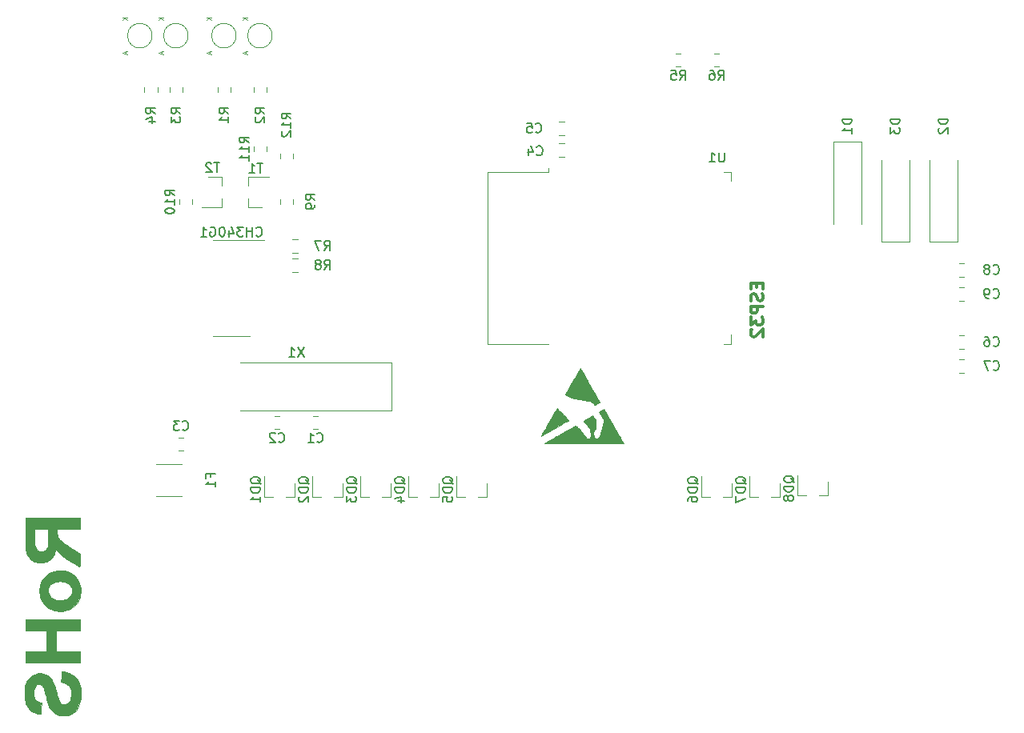
<source format=gbr>
G04 #@! TF.GenerationSoftware,KiCad,Pcbnew,5.0.2-bee76a0~70~ubuntu18.04.1*
G04 #@! TF.CreationDate,2020-07-17T19:22:43+02:00*
G04 #@! TF.ProjectId,E32CB_R2,45333243-425f-4523-922e-6b696361645f,rev?*
G04 #@! TF.SameCoordinates,Original*
G04 #@! TF.FileFunction,Legend,Bot*
G04 #@! TF.FilePolarity,Positive*
%FSLAX46Y46*%
G04 Gerber Fmt 4.6, Leading zero omitted, Abs format (unit mm)*
G04 Created by KiCad (PCBNEW 5.0.2-bee76a0~70~ubuntu18.04.1) date Pá 17. července 2020, 19:22:43 CEST*
%MOMM*%
%LPD*%
G01*
G04 APERTURE LIST*
%ADD10C,0.300000*%
%ADD11C,0.120000*%
%ADD12C,0.010000*%
%ADD13C,0.100000*%
%ADD14C,0.150000*%
%ADD15C,0.099060*%
G04 APERTURE END LIST*
D10*
X176437142Y-78240285D02*
X176437142Y-78673619D01*
X177118095Y-78859333D02*
X177118095Y-78240285D01*
X175818095Y-78240285D01*
X175818095Y-78859333D01*
X177056190Y-79354571D02*
X177118095Y-79540285D01*
X177118095Y-79849809D01*
X177056190Y-79973619D01*
X176994285Y-80035523D01*
X176870476Y-80097428D01*
X176746666Y-80097428D01*
X176622857Y-80035523D01*
X176560952Y-79973619D01*
X176499047Y-79849809D01*
X176437142Y-79602190D01*
X176375238Y-79478380D01*
X176313333Y-79416476D01*
X176189523Y-79354571D01*
X176065714Y-79354571D01*
X175941904Y-79416476D01*
X175880000Y-79478380D01*
X175818095Y-79602190D01*
X175818095Y-79911714D01*
X175880000Y-80097428D01*
X177118095Y-80654571D02*
X175818095Y-80654571D01*
X175818095Y-81149809D01*
X175880000Y-81273619D01*
X175941904Y-81335523D01*
X176065714Y-81397428D01*
X176251428Y-81397428D01*
X176375238Y-81335523D01*
X176437142Y-81273619D01*
X176499047Y-81149809D01*
X176499047Y-80654571D01*
X175818095Y-81830761D02*
X175818095Y-82635523D01*
X176313333Y-82202190D01*
X176313333Y-82387904D01*
X176375238Y-82511714D01*
X176437142Y-82573619D01*
X176560952Y-82635523D01*
X176870476Y-82635523D01*
X176994285Y-82573619D01*
X177056190Y-82511714D01*
X177118095Y-82387904D01*
X177118095Y-82016476D01*
X177056190Y-81892666D01*
X176994285Y-81830761D01*
X175941904Y-83130761D02*
X175880000Y-83192666D01*
X175818095Y-83316476D01*
X175818095Y-83626000D01*
X175880000Y-83749809D01*
X175941904Y-83811714D01*
X176065714Y-83873619D01*
X176189523Y-83873619D01*
X176375238Y-83811714D01*
X177118095Y-83068857D01*
X177118095Y-83873619D01*
D11*
G04 #@! TO.C,U1*
X172930000Y-66445000D02*
X173710000Y-66445000D01*
X173710000Y-66445000D02*
X173710000Y-67445000D01*
X172930000Y-84685000D02*
X173710000Y-84685000D01*
X173710000Y-84685000D02*
X173710000Y-83685000D01*
X147965000Y-66445000D02*
X147965000Y-84685000D01*
X147965000Y-84685000D02*
X154385000Y-84685000D01*
X147965000Y-66445000D02*
X154385000Y-66445000D01*
X154385000Y-66445000D02*
X154385000Y-66065000D01*
G04 #@! TO.C,C1*
X130055252Y-92254000D02*
X129532748Y-92254000D01*
X130055252Y-93674000D02*
X129532748Y-93674000D01*
G04 #@! TO.C,C2*
X125468748Y-92254000D02*
X125991252Y-92254000D01*
X125468748Y-93674000D02*
X125991252Y-93674000D01*
G04 #@! TO.C,C3*
X115308748Y-95960000D02*
X115831252Y-95960000D01*
X115308748Y-94540000D02*
X115831252Y-94540000D01*
G04 #@! TO.C,C4*
X156090252Y-64845000D02*
X155567748Y-64845000D01*
X156090252Y-63425000D02*
X155567748Y-63425000D01*
G04 #@! TO.C,C5*
X156090252Y-61139000D02*
X155567748Y-61139000D01*
X156090252Y-62559000D02*
X155567748Y-62559000D01*
G04 #@! TO.C,C6*
X197858748Y-83745000D02*
X198381252Y-83745000D01*
X197858748Y-85165000D02*
X198381252Y-85165000D01*
G04 #@! TO.C,C7*
X197858748Y-87705000D02*
X198381252Y-87705000D01*
X197858748Y-86285000D02*
X198381252Y-86285000D01*
G04 #@! TO.C,C8*
X197858748Y-76125000D02*
X198381252Y-76125000D01*
X197858748Y-77545000D02*
X198381252Y-77545000D01*
G04 #@! TO.C,C9*
X197858748Y-80085000D02*
X198381252Y-80085000D01*
X197858748Y-78665000D02*
X198381252Y-78665000D01*
G04 #@! TO.C,X1*
X121862000Y-86604000D02*
X137837000Y-86604000D01*
X137837000Y-86604000D02*
X137837000Y-91704000D01*
X137837000Y-91704000D02*
X121862000Y-91704000D01*
G04 #@! TO.C,D3*
X192635000Y-65180000D02*
X192635000Y-73880000D01*
X192635000Y-73880000D02*
X189635000Y-73880000D01*
X189635000Y-73880000D02*
X189635000Y-65180000D01*
G04 #@! TO.C,D2*
X194715000Y-73880000D02*
X194715000Y-65180000D01*
X197715000Y-73880000D02*
X194715000Y-73880000D01*
X197715000Y-65180000D02*
X197715000Y-73880000D01*
G04 #@! TO.C,D1*
X184555000Y-71980000D02*
X184555000Y-63280000D01*
X184555000Y-63280000D02*
X187555000Y-63280000D01*
X187555000Y-63280000D02*
X187555000Y-71980000D01*
G04 #@! TO.C,F1*
X112913748Y-100770000D02*
X115686252Y-100770000D01*
X112913748Y-97350000D02*
X115686252Y-97350000D01*
G04 #@! TO.C,CH340G1*
X120904000Y-83800000D02*
X118954000Y-83800000D01*
X120904000Y-83800000D02*
X122854000Y-83800000D01*
X120904000Y-73680000D02*
X118954000Y-73680000D01*
X120904000Y-73680000D02*
X124354000Y-73680000D01*
G04 #@! TO.C,QD8*
X183952000Y-100709000D02*
X183952000Y-99249000D01*
X180792000Y-100709000D02*
X180792000Y-98549000D01*
X180792000Y-100709000D02*
X181722000Y-100709000D01*
X183952000Y-100709000D02*
X183022000Y-100709000D01*
G04 #@! TO.C,QD7*
X178872000Y-100836000D02*
X177942000Y-100836000D01*
X175712000Y-100836000D02*
X176642000Y-100836000D01*
X175712000Y-100836000D02*
X175712000Y-98676000D01*
X178872000Y-100836000D02*
X178872000Y-99376000D01*
G04 #@! TO.C,QD6*
X173792000Y-100836000D02*
X173792000Y-99376000D01*
X170632000Y-100836000D02*
X170632000Y-98676000D01*
X170632000Y-100836000D02*
X171562000Y-100836000D01*
X173792000Y-100836000D02*
X172862000Y-100836000D01*
G04 #@! TO.C,QD5*
X147884000Y-100836000D02*
X146954000Y-100836000D01*
X144724000Y-100836000D02*
X145654000Y-100836000D01*
X144724000Y-100836000D02*
X144724000Y-98676000D01*
X147884000Y-100836000D02*
X147884000Y-99376000D01*
G04 #@! TO.C,QD3*
X137724000Y-100836000D02*
X137724000Y-99376000D01*
X134564000Y-100836000D02*
X134564000Y-98676000D01*
X134564000Y-100836000D02*
X135494000Y-100836000D01*
X137724000Y-100836000D02*
X136794000Y-100836000D01*
G04 #@! TO.C,QD2*
X132644000Y-100836000D02*
X131714000Y-100836000D01*
X129484000Y-100836000D02*
X130414000Y-100836000D01*
X129484000Y-100836000D02*
X129484000Y-98676000D01*
X132644000Y-100836000D02*
X132644000Y-99376000D01*
G04 #@! TO.C,QD1*
X127564000Y-100836000D02*
X127564000Y-99376000D01*
X124404000Y-100836000D02*
X124404000Y-98676000D01*
X124404000Y-100836000D02*
X125334000Y-100836000D01*
X127564000Y-100836000D02*
X126634000Y-100836000D01*
G04 #@! TO.C,T2*
X119886000Y-67000000D02*
X119886000Y-67930000D01*
X119886000Y-70160000D02*
X119886000Y-69230000D01*
X119886000Y-70160000D02*
X117726000Y-70160000D01*
X119886000Y-67000000D02*
X118426000Y-67000000D01*
G04 #@! TO.C,T1*
X122684000Y-70160000D02*
X124144000Y-70160000D01*
X122684000Y-67000000D02*
X124844000Y-67000000D01*
X122684000Y-67000000D02*
X122684000Y-67930000D01*
X122684000Y-70160000D02*
X122684000Y-69230000D01*
G04 #@! TO.C,QD4*
X142804000Y-100836000D02*
X141874000Y-100836000D01*
X139644000Y-100836000D02*
X140574000Y-100836000D01*
X139644000Y-100836000D02*
X139644000Y-98676000D01*
X142804000Y-100836000D02*
X142804000Y-99376000D01*
G04 #@! TO.C,R10*
X116788000Y-69334748D02*
X116788000Y-69857252D01*
X115368000Y-69334748D02*
X115368000Y-69857252D01*
G04 #@! TO.C,R6*
X171950748Y-55320000D02*
X172473252Y-55320000D01*
X171950748Y-53900000D02*
X172473252Y-53900000D01*
G04 #@! TO.C,R7*
X127896252Y-75005000D02*
X127373748Y-75005000D01*
X127896252Y-73585000D02*
X127373748Y-73585000D01*
G04 #@! TO.C,R8*
X127896252Y-75617000D02*
X127373748Y-75617000D01*
X127896252Y-77037000D02*
X127373748Y-77037000D01*
G04 #@! TO.C,R4*
X113105000Y-57523748D02*
X113105000Y-58046252D01*
X111685000Y-57523748D02*
X111685000Y-58046252D01*
G04 #@! TO.C,R3*
X114352000Y-57523748D02*
X114352000Y-58046252D01*
X115772000Y-57523748D02*
X115772000Y-58046252D01*
G04 #@! TO.C,R2*
X124662000Y-57523748D02*
X124662000Y-58046252D01*
X123242000Y-57523748D02*
X123242000Y-58046252D01*
G04 #@! TO.C,R9*
X126036000Y-69334748D02*
X126036000Y-69857252D01*
X127456000Y-69334748D02*
X127456000Y-69857252D01*
G04 #@! TO.C,R1*
X120852000Y-57523748D02*
X120852000Y-58046252D01*
X119432000Y-57523748D02*
X119432000Y-58046252D01*
G04 #@! TO.C,R12*
X126036000Y-64508748D02*
X126036000Y-65031252D01*
X127456000Y-64508748D02*
X127456000Y-65031252D01*
G04 #@! TO.C,R11*
X124662000Y-63746748D02*
X124662000Y-64269252D01*
X123242000Y-63746748D02*
X123242000Y-64269252D01*
G04 #@! TO.C,R5*
X168409252Y-53900000D02*
X167886748Y-53900000D01*
X168409252Y-55320000D02*
X167886748Y-55320000D01*
D12*
G04 #@! TO.C,REF\002A\002A*
G36*
X101368679Y-114966750D02*
X101368679Y-117211928D01*
X99100821Y-117211928D01*
X99100821Y-118391214D01*
X104861179Y-118391214D01*
X104861179Y-117211928D01*
X102343430Y-117211928D01*
X102349313Y-116095008D01*
X102355196Y-114978089D01*
X103608187Y-114972227D01*
X104861179Y-114966365D01*
X104861179Y-113787464D01*
X99100821Y-113787464D01*
X99100821Y-114966750D01*
X101368679Y-114966750D01*
X101368679Y-114966750D01*
G37*
X101368679Y-114966750D02*
X101368679Y-117211928D01*
X99100821Y-117211928D01*
X99100821Y-118391214D01*
X104861179Y-118391214D01*
X104861179Y-117211928D01*
X102343430Y-117211928D01*
X102349313Y-116095008D01*
X102355196Y-114978089D01*
X103608187Y-114972227D01*
X104861179Y-114966365D01*
X104861179Y-113787464D01*
X99100821Y-113787464D01*
X99100821Y-114966750D01*
X101368679Y-114966750D01*
G36*
X99108046Y-104676348D02*
X99110765Y-105032595D01*
X99113980Y-105350866D01*
X99117670Y-105630145D01*
X99121814Y-105869416D01*
X99126391Y-106067663D01*
X99131380Y-106223871D01*
X99136760Y-106337024D01*
X99142511Y-106406107D01*
X99144099Y-106416928D01*
X99185224Y-106627430D01*
X99230936Y-106801593D01*
X99285363Y-106948433D01*
X99352632Y-107076965D01*
X99436868Y-107196204D01*
X99542200Y-107315168D01*
X99566833Y-107340399D01*
X99665505Y-107435891D01*
X99750383Y-107506407D01*
X99835807Y-107562550D01*
X99936117Y-107614919D01*
X99942002Y-107617734D01*
X100097744Y-107686870D01*
X100236619Y-107735129D01*
X100373648Y-107765777D01*
X100523856Y-107782079D01*
X100702265Y-107787300D01*
X100722339Y-107787338D01*
X100976293Y-107775440D01*
X101198428Y-107737861D01*
X101396104Y-107671775D01*
X101576679Y-107574356D01*
X101747513Y-107442779D01*
X101834652Y-107360211D01*
X101937558Y-107249423D01*
X102023462Y-107138495D01*
X102096341Y-107019421D01*
X102160170Y-106884194D01*
X102218928Y-106724810D01*
X102276590Y-106533261D01*
X102312866Y-106397428D01*
X102332518Y-106321231D01*
X102445581Y-106488142D01*
X102576003Y-106657945D01*
X102738436Y-106833000D01*
X102922314Y-107002914D01*
X103117076Y-107157295D01*
X103148946Y-107180146D01*
X103206149Y-107219138D01*
X103291945Y-107275762D01*
X103401589Y-107347023D01*
X103530336Y-107429927D01*
X103673441Y-107521478D01*
X103826156Y-107618684D01*
X103983738Y-107718548D01*
X104141440Y-107818077D01*
X104294517Y-107914275D01*
X104438224Y-108004149D01*
X104567814Y-108084703D01*
X104678542Y-108152943D01*
X104765663Y-108205875D01*
X104824431Y-108240503D01*
X104850101Y-108253834D01*
X104850531Y-108253892D01*
X104853164Y-108232125D01*
X104855560Y-108170470D01*
X104857635Y-108074395D01*
X104859308Y-107949369D01*
X104860494Y-107800860D01*
X104861110Y-107634338D01*
X104861179Y-107554812D01*
X104861179Y-106855732D01*
X103993723Y-106276417D01*
X103807423Y-106151515D01*
X103625574Y-106028684D01*
X103453186Y-105911372D01*
X103295272Y-105803028D01*
X103156840Y-105707099D01*
X103042902Y-105627035D01*
X102958469Y-105566282D01*
X102921342Y-105538441D01*
X102778055Y-105418272D01*
X102667516Y-105301394D01*
X102585885Y-105179430D01*
X102529317Y-105044004D01*
X102493969Y-104886739D01*
X102476000Y-104699258D01*
X102471833Y-104558604D01*
X102468589Y-104273803D01*
X104861179Y-104262063D01*
X104861179Y-103083178D01*
X100098679Y-103083178D01*
X100098679Y-104262464D01*
X101527429Y-104262464D01*
X101527242Y-104971169D01*
X101526453Y-105157182D01*
X101524309Y-105338318D01*
X101521006Y-105506926D01*
X101516736Y-105655353D01*
X101511691Y-105775948D01*
X101506066Y-105861061D01*
X101504352Y-105878027D01*
X101476016Y-106056620D01*
X101434701Y-106198414D01*
X101377377Y-106310860D01*
X101301017Y-106401412D01*
X101286147Y-106414969D01*
X101148636Y-106507838D01*
X100988632Y-106563187D01*
X100803452Y-106581920D01*
X100790375Y-106581891D01*
X100605068Y-106562550D01*
X100447920Y-106507659D01*
X100318785Y-106417111D01*
X100217518Y-106290801D01*
X100143974Y-106128619D01*
X100134608Y-106098791D01*
X100125059Y-106060190D01*
X100117305Y-106011984D01*
X100111172Y-105949453D01*
X100106487Y-105867877D01*
X100103077Y-105762535D01*
X100100768Y-105628708D01*
X100099388Y-105461676D01*
X100098763Y-105256718D01*
X100098679Y-105120133D01*
X100098679Y-104262464D01*
X100098679Y-103083178D01*
X99097576Y-103083178D01*
X99108046Y-104676348D01*
X99108046Y-104676348D01*
G37*
X99108046Y-104676348D02*
X99110765Y-105032595D01*
X99113980Y-105350866D01*
X99117670Y-105630145D01*
X99121814Y-105869416D01*
X99126391Y-106067663D01*
X99131380Y-106223871D01*
X99136760Y-106337024D01*
X99142511Y-106406107D01*
X99144099Y-106416928D01*
X99185224Y-106627430D01*
X99230936Y-106801593D01*
X99285363Y-106948433D01*
X99352632Y-107076965D01*
X99436868Y-107196204D01*
X99542200Y-107315168D01*
X99566833Y-107340399D01*
X99665505Y-107435891D01*
X99750383Y-107506407D01*
X99835807Y-107562550D01*
X99936117Y-107614919D01*
X99942002Y-107617734D01*
X100097744Y-107686870D01*
X100236619Y-107735129D01*
X100373648Y-107765777D01*
X100523856Y-107782079D01*
X100702265Y-107787300D01*
X100722339Y-107787338D01*
X100976293Y-107775440D01*
X101198428Y-107737861D01*
X101396104Y-107671775D01*
X101576679Y-107574356D01*
X101747513Y-107442779D01*
X101834652Y-107360211D01*
X101937558Y-107249423D01*
X102023462Y-107138495D01*
X102096341Y-107019421D01*
X102160170Y-106884194D01*
X102218928Y-106724810D01*
X102276590Y-106533261D01*
X102312866Y-106397428D01*
X102332518Y-106321231D01*
X102445581Y-106488142D01*
X102576003Y-106657945D01*
X102738436Y-106833000D01*
X102922314Y-107002914D01*
X103117076Y-107157295D01*
X103148946Y-107180146D01*
X103206149Y-107219138D01*
X103291945Y-107275762D01*
X103401589Y-107347023D01*
X103530336Y-107429927D01*
X103673441Y-107521478D01*
X103826156Y-107618684D01*
X103983738Y-107718548D01*
X104141440Y-107818077D01*
X104294517Y-107914275D01*
X104438224Y-108004149D01*
X104567814Y-108084703D01*
X104678542Y-108152943D01*
X104765663Y-108205875D01*
X104824431Y-108240503D01*
X104850101Y-108253834D01*
X104850531Y-108253892D01*
X104853164Y-108232125D01*
X104855560Y-108170470D01*
X104857635Y-108074395D01*
X104859308Y-107949369D01*
X104860494Y-107800860D01*
X104861110Y-107634338D01*
X104861179Y-107554812D01*
X104861179Y-106855732D01*
X103993723Y-106276417D01*
X103807423Y-106151515D01*
X103625574Y-106028684D01*
X103453186Y-105911372D01*
X103295272Y-105803028D01*
X103156840Y-105707099D01*
X103042902Y-105627035D01*
X102958469Y-105566282D01*
X102921342Y-105538441D01*
X102778055Y-105418272D01*
X102667516Y-105301394D01*
X102585885Y-105179430D01*
X102529317Y-105044004D01*
X102493969Y-104886739D01*
X102476000Y-104699258D01*
X102471833Y-104558604D01*
X102468589Y-104273803D01*
X104861179Y-104262063D01*
X104861179Y-103083178D01*
X100098679Y-103083178D01*
X100098679Y-104262464D01*
X101527429Y-104262464D01*
X101527242Y-104971169D01*
X101526453Y-105157182D01*
X101524309Y-105338318D01*
X101521006Y-105506926D01*
X101516736Y-105655353D01*
X101511691Y-105775948D01*
X101506066Y-105861061D01*
X101504352Y-105878027D01*
X101476016Y-106056620D01*
X101434701Y-106198414D01*
X101377377Y-106310860D01*
X101301017Y-106401412D01*
X101286147Y-106414969D01*
X101148636Y-106507838D01*
X100988632Y-106563187D01*
X100803452Y-106581920D01*
X100790375Y-106581891D01*
X100605068Y-106562550D01*
X100447920Y-106507659D01*
X100318785Y-106417111D01*
X100217518Y-106290801D01*
X100143974Y-106128619D01*
X100134608Y-106098791D01*
X100125059Y-106060190D01*
X100117305Y-106011984D01*
X100111172Y-105949453D01*
X100106487Y-105867877D01*
X100103077Y-105762535D01*
X100100768Y-105628708D01*
X100099388Y-105461676D01*
X100098763Y-105256718D01*
X100098679Y-105120133D01*
X100098679Y-104262464D01*
X100098679Y-103083178D01*
X99097576Y-103083178D01*
X99108046Y-104676348D01*
G36*
X99025987Y-122024632D02*
X99053497Y-122253956D01*
X99097937Y-122463995D01*
X99160711Y-122662833D01*
X99243226Y-122858557D01*
X99264023Y-122901706D01*
X99402313Y-123135308D01*
X99570953Y-123335374D01*
X99770436Y-123502331D01*
X100001254Y-123636605D01*
X100216363Y-123723327D01*
X100344355Y-123759998D01*
X100479596Y-123788695D01*
X100591670Y-123803667D01*
X100767696Y-123817241D01*
X100768926Y-123751950D01*
X100770067Y-123710922D01*
X100772586Y-123631991D01*
X100776232Y-123522579D01*
X100780758Y-123390112D01*
X100785914Y-123242014D01*
X100788628Y-123165053D01*
X100807101Y-122643446D01*
X100646734Y-122602182D01*
X100453995Y-122532587D01*
X100292979Y-122431741D01*
X100165046Y-122300870D01*
X100071559Y-122141204D01*
X100039041Y-122053803D01*
X100015995Y-121948822D01*
X100000055Y-121812864D01*
X99991596Y-121659807D01*
X99990994Y-121503529D01*
X99998626Y-121357909D01*
X100014866Y-121236824D01*
X100016673Y-121228025D01*
X100067343Y-121051834D01*
X100137861Y-120898331D01*
X100224180Y-120774255D01*
X100322252Y-120686346D01*
X100352686Y-120668386D01*
X100429025Y-120645454D01*
X100528458Y-120637531D01*
X100631256Y-120644690D01*
X100717685Y-120667004D01*
X100717752Y-120667032D01*
X100777107Y-120702967D01*
X100842327Y-120758362D01*
X100868116Y-120785407D01*
X100915232Y-120844873D01*
X100959289Y-120914214D01*
X101001901Y-120997893D01*
X101044682Y-121100377D01*
X101089248Y-121226130D01*
X101137213Y-121379618D01*
X101190192Y-121565305D01*
X101249799Y-121787657D01*
X101298103Y-121974428D01*
X101382297Y-122288274D01*
X101464583Y-122561178D01*
X101547098Y-122797378D01*
X101631977Y-123001107D01*
X101721357Y-123176601D01*
X101817375Y-123328096D01*
X101922167Y-123459828D01*
X102037868Y-123576031D01*
X102154166Y-123671647D01*
X102326468Y-123780507D01*
X102523798Y-123870520D01*
X102727074Y-123933397D01*
X102784585Y-123945405D01*
X102926109Y-123963052D01*
X103091686Y-123970548D01*
X103265673Y-123968263D01*
X103432429Y-123956569D01*
X103576314Y-123935839D01*
X103622401Y-123925500D01*
X103813721Y-123861079D01*
X104011214Y-123767110D01*
X104197207Y-123652633D01*
X104285613Y-123586303D01*
X104466408Y-123411069D01*
X104621166Y-123200131D01*
X104748908Y-122955594D01*
X104848654Y-122679561D01*
X104919424Y-122374136D01*
X104949445Y-122160637D01*
X104963327Y-121984432D01*
X104970306Y-121788022D01*
X104970504Y-121585612D01*
X104964046Y-121391409D01*
X104951055Y-121219616D01*
X104940498Y-121135321D01*
X104879740Y-120825341D01*
X104795451Y-120550881D01*
X104685486Y-120307461D01*
X104547698Y-120090604D01*
X104379942Y-119895829D01*
X104318078Y-119836040D01*
X104132526Y-119689579D01*
X103913745Y-119559569D01*
X103672292Y-119450629D01*
X103418725Y-119367375D01*
X103163601Y-119314423D01*
X103109259Y-119307406D01*
X103036101Y-119300091D01*
X102997161Y-119301756D01*
X102981666Y-119315626D01*
X102978842Y-119344928D01*
X102978840Y-119346454D01*
X102976702Y-119384837D01*
X102970746Y-119460629D01*
X102961644Y-119566103D01*
X102950066Y-119693533D01*
X102936683Y-119835193D01*
X102933775Y-119865321D01*
X102916879Y-120039296D01*
X102904213Y-120173424D01*
X102895932Y-120273030D01*
X102892190Y-120343442D01*
X102893139Y-120389985D01*
X102898934Y-120417986D01*
X102909728Y-120432771D01*
X102925676Y-120439666D01*
X102946932Y-120443997D01*
X102950509Y-120444738D01*
X103065752Y-120475902D01*
X103198631Y-120521833D01*
X103331014Y-120575496D01*
X103444769Y-120629854D01*
X103482702Y-120651243D01*
X103644918Y-120774881D01*
X103775475Y-120930416D01*
X103873873Y-121116787D01*
X103939616Y-121332931D01*
X103972205Y-121577789D01*
X103975927Y-121702285D01*
X103961309Y-121955181D01*
X103916989Y-122175328D01*
X103842266Y-122364849D01*
X103736440Y-122525868D01*
X103685697Y-122582309D01*
X103550232Y-122694896D01*
X103405532Y-122768659D01*
X103257086Y-122803015D01*
X103110380Y-122797382D01*
X102970904Y-122751178D01*
X102851925Y-122670789D01*
X102800365Y-122620217D01*
X102753122Y-122561219D01*
X102708619Y-122489629D01*
X102665280Y-122401284D01*
X102621527Y-122292019D01*
X102575785Y-122157669D01*
X102526477Y-121994069D01*
X102472026Y-121797056D01*
X102410856Y-121562465D01*
X102367699Y-121391667D01*
X102270589Y-121039473D01*
X102166409Y-120730105D01*
X102055386Y-120464115D01*
X101937745Y-120242059D01*
X101838843Y-120096187D01*
X101666709Y-119907578D01*
X101469385Y-119753784D01*
X101251946Y-119635833D01*
X101019465Y-119554757D01*
X100777017Y-119511584D01*
X100529677Y-119507346D01*
X100282518Y-119543073D01*
X100040616Y-119619794D01*
X99877799Y-119698070D01*
X99694077Y-119822884D01*
X99522503Y-119983529D01*
X99371164Y-120170659D01*
X99248145Y-120374930D01*
X99198905Y-120482721D01*
X99136619Y-120649354D01*
X99089682Y-120809902D01*
X99055980Y-120975851D01*
X99033400Y-121158689D01*
X99019826Y-121369903D01*
X99016134Y-121475791D01*
X99014001Y-121767939D01*
X99025987Y-122024632D01*
X99025987Y-122024632D01*
G37*
X99025987Y-122024632D02*
X99053497Y-122253956D01*
X99097937Y-122463995D01*
X99160711Y-122662833D01*
X99243226Y-122858557D01*
X99264023Y-122901706D01*
X99402313Y-123135308D01*
X99570953Y-123335374D01*
X99770436Y-123502331D01*
X100001254Y-123636605D01*
X100216363Y-123723327D01*
X100344355Y-123759998D01*
X100479596Y-123788695D01*
X100591670Y-123803667D01*
X100767696Y-123817241D01*
X100768926Y-123751950D01*
X100770067Y-123710922D01*
X100772586Y-123631991D01*
X100776232Y-123522579D01*
X100780758Y-123390112D01*
X100785914Y-123242014D01*
X100788628Y-123165053D01*
X100807101Y-122643446D01*
X100646734Y-122602182D01*
X100453995Y-122532587D01*
X100292979Y-122431741D01*
X100165046Y-122300870D01*
X100071559Y-122141204D01*
X100039041Y-122053803D01*
X100015995Y-121948822D01*
X100000055Y-121812864D01*
X99991596Y-121659807D01*
X99990994Y-121503529D01*
X99998626Y-121357909D01*
X100014866Y-121236824D01*
X100016673Y-121228025D01*
X100067343Y-121051834D01*
X100137861Y-120898331D01*
X100224180Y-120774255D01*
X100322252Y-120686346D01*
X100352686Y-120668386D01*
X100429025Y-120645454D01*
X100528458Y-120637531D01*
X100631256Y-120644690D01*
X100717685Y-120667004D01*
X100717752Y-120667032D01*
X100777107Y-120702967D01*
X100842327Y-120758362D01*
X100868116Y-120785407D01*
X100915232Y-120844873D01*
X100959289Y-120914214D01*
X101001901Y-120997893D01*
X101044682Y-121100377D01*
X101089248Y-121226130D01*
X101137213Y-121379618D01*
X101190192Y-121565305D01*
X101249799Y-121787657D01*
X101298103Y-121974428D01*
X101382297Y-122288274D01*
X101464583Y-122561178D01*
X101547098Y-122797378D01*
X101631977Y-123001107D01*
X101721357Y-123176601D01*
X101817375Y-123328096D01*
X101922167Y-123459828D01*
X102037868Y-123576031D01*
X102154166Y-123671647D01*
X102326468Y-123780507D01*
X102523798Y-123870520D01*
X102727074Y-123933397D01*
X102784585Y-123945405D01*
X102926109Y-123963052D01*
X103091686Y-123970548D01*
X103265673Y-123968263D01*
X103432429Y-123956569D01*
X103576314Y-123935839D01*
X103622401Y-123925500D01*
X103813721Y-123861079D01*
X104011214Y-123767110D01*
X104197207Y-123652633D01*
X104285613Y-123586303D01*
X104466408Y-123411069D01*
X104621166Y-123200131D01*
X104748908Y-122955594D01*
X104848654Y-122679561D01*
X104919424Y-122374136D01*
X104949445Y-122160637D01*
X104963327Y-121984432D01*
X104970306Y-121788022D01*
X104970504Y-121585612D01*
X104964046Y-121391409D01*
X104951055Y-121219616D01*
X104940498Y-121135321D01*
X104879740Y-120825341D01*
X104795451Y-120550881D01*
X104685486Y-120307461D01*
X104547698Y-120090604D01*
X104379942Y-119895829D01*
X104318078Y-119836040D01*
X104132526Y-119689579D01*
X103913745Y-119559569D01*
X103672292Y-119450629D01*
X103418725Y-119367375D01*
X103163601Y-119314423D01*
X103109259Y-119307406D01*
X103036101Y-119300091D01*
X102997161Y-119301756D01*
X102981666Y-119315626D01*
X102978842Y-119344928D01*
X102978840Y-119346454D01*
X102976702Y-119384837D01*
X102970746Y-119460629D01*
X102961644Y-119566103D01*
X102950066Y-119693533D01*
X102936683Y-119835193D01*
X102933775Y-119865321D01*
X102916879Y-120039296D01*
X102904213Y-120173424D01*
X102895932Y-120273030D01*
X102892190Y-120343442D01*
X102893139Y-120389985D01*
X102898934Y-120417986D01*
X102909728Y-120432771D01*
X102925676Y-120439666D01*
X102946932Y-120443997D01*
X102950509Y-120444738D01*
X103065752Y-120475902D01*
X103198631Y-120521833D01*
X103331014Y-120575496D01*
X103444769Y-120629854D01*
X103482702Y-120651243D01*
X103644918Y-120774881D01*
X103775475Y-120930416D01*
X103873873Y-121116787D01*
X103939616Y-121332931D01*
X103972205Y-121577789D01*
X103975927Y-121702285D01*
X103961309Y-121955181D01*
X103916989Y-122175328D01*
X103842266Y-122364849D01*
X103736440Y-122525868D01*
X103685697Y-122582309D01*
X103550232Y-122694896D01*
X103405532Y-122768659D01*
X103257086Y-122803015D01*
X103110380Y-122797382D01*
X102970904Y-122751178D01*
X102851925Y-122670789D01*
X102800365Y-122620217D01*
X102753122Y-122561219D01*
X102708619Y-122489629D01*
X102665280Y-122401284D01*
X102621527Y-122292019D01*
X102575785Y-122157669D01*
X102526477Y-121994069D01*
X102472026Y-121797056D01*
X102410856Y-121562465D01*
X102367699Y-121391667D01*
X102270589Y-121039473D01*
X102166409Y-120730105D01*
X102055386Y-120464115D01*
X101937745Y-120242059D01*
X101838843Y-120096187D01*
X101666709Y-119907578D01*
X101469385Y-119753784D01*
X101251946Y-119635833D01*
X101019465Y-119554757D01*
X100777017Y-119511584D01*
X100529677Y-119507346D01*
X100282518Y-119543073D01*
X100040616Y-119619794D01*
X99877799Y-119698070D01*
X99694077Y-119822884D01*
X99522503Y-119983529D01*
X99371164Y-120170659D01*
X99248145Y-120374930D01*
X99198905Y-120482721D01*
X99136619Y-120649354D01*
X99089682Y-120809902D01*
X99055980Y-120975851D01*
X99033400Y-121158689D01*
X99019826Y-121369903D01*
X99016134Y-121475791D01*
X99014001Y-121767939D01*
X99025987Y-122024632D01*
G36*
X100611139Y-110771214D02*
X100612181Y-110922632D01*
X100615145Y-111039317D01*
X100621060Y-111131881D01*
X100630951Y-111210938D01*
X100645847Y-111287104D01*
X100666772Y-111370992D01*
X100670516Y-111384977D01*
X100771250Y-111675131D01*
X100909979Y-111942691D01*
X101084213Y-112184674D01*
X101291467Y-112398095D01*
X101529253Y-112579971D01*
X101785678Y-112722936D01*
X101989601Y-112806031D01*
X102198963Y-112864668D01*
X102426596Y-112901748D01*
X102652394Y-112918857D01*
X102986223Y-112915946D01*
X103294691Y-112876266D01*
X103580125Y-112798974D01*
X103844849Y-112683226D01*
X104091189Y-112528181D01*
X104321472Y-112332996D01*
X104351937Y-112303044D01*
X104547500Y-112081705D01*
X104702647Y-111847111D01*
X104821986Y-111591469D01*
X104884854Y-111402276D01*
X104910662Y-111284005D01*
X104931474Y-111134262D01*
X104946339Y-110966751D01*
X104954310Y-110795178D01*
X104954438Y-110633247D01*
X104946912Y-110505538D01*
X104907899Y-110268853D01*
X104839784Y-110024823D01*
X104747426Y-109785517D01*
X104635685Y-109563004D01*
X104509419Y-109369353D01*
X104468747Y-109317863D01*
X104278838Y-109124198D01*
X104056038Y-108959439D01*
X103803762Y-108825306D01*
X103525424Y-108723519D01*
X103224440Y-108655797D01*
X103126268Y-108641890D01*
X102782926Y-108619331D01*
X102774750Y-108619779D01*
X102774750Y-109768201D01*
X103044973Y-109781929D01*
X103282240Y-109825686D01*
X103488234Y-109900221D01*
X103664638Y-110006282D01*
X103813135Y-110144616D01*
X103908695Y-110272311D01*
X103970022Y-110378507D01*
X104009883Y-110478397D01*
X104031725Y-110586199D01*
X104038998Y-110716129D01*
X104037954Y-110805232D01*
X104032720Y-110921911D01*
X104022662Y-111008321D01*
X104004986Y-111079505D01*
X103976903Y-111150505D01*
X103971793Y-111161695D01*
X103891974Y-111295989D01*
X103782219Y-111427719D01*
X103656136Y-111541615D01*
X103594617Y-111584955D01*
X103442827Y-111661295D01*
X103259326Y-111720447D01*
X103055143Y-111760412D01*
X102841304Y-111779188D01*
X102628838Y-111774777D01*
X102576092Y-111769688D01*
X102346291Y-111732670D01*
X102152242Y-111676408D01*
X101987456Y-111598188D01*
X101845446Y-111495291D01*
X101785955Y-111438897D01*
X101658246Y-111278097D01*
X101569650Y-111101347D01*
X101520164Y-110914606D01*
X101509788Y-110723834D01*
X101538520Y-110534991D01*
X101606358Y-110354035D01*
X101713300Y-110186927D01*
X101786282Y-110105565D01*
X101933991Y-109981384D01*
X102099858Y-109887328D01*
X102289039Y-109821637D01*
X102506694Y-109782550D01*
X102757980Y-109768306D01*
X102774750Y-109768201D01*
X102774750Y-108619779D01*
X102455671Y-108637294D01*
X102146131Y-108695249D01*
X101855933Y-108792671D01*
X101586704Y-108929031D01*
X101340073Y-109103803D01*
X101148967Y-109282642D01*
X100973640Y-109499689D01*
X100826890Y-109747726D01*
X100712595Y-110019707D01*
X100672370Y-110149521D01*
X100649368Y-110236131D01*
X100632863Y-110310742D01*
X100621815Y-110383883D01*
X100615189Y-110466082D01*
X100611947Y-110567868D01*
X100611053Y-110699771D01*
X100611139Y-110771214D01*
X100611139Y-110771214D01*
G37*
X100611139Y-110771214D02*
X100612181Y-110922632D01*
X100615145Y-111039317D01*
X100621060Y-111131881D01*
X100630951Y-111210938D01*
X100645847Y-111287104D01*
X100666772Y-111370992D01*
X100670516Y-111384977D01*
X100771250Y-111675131D01*
X100909979Y-111942691D01*
X101084213Y-112184674D01*
X101291467Y-112398095D01*
X101529253Y-112579971D01*
X101785678Y-112722936D01*
X101989601Y-112806031D01*
X102198963Y-112864668D01*
X102426596Y-112901748D01*
X102652394Y-112918857D01*
X102986223Y-112915946D01*
X103294691Y-112876266D01*
X103580125Y-112798974D01*
X103844849Y-112683226D01*
X104091189Y-112528181D01*
X104321472Y-112332996D01*
X104351937Y-112303044D01*
X104547500Y-112081705D01*
X104702647Y-111847111D01*
X104821986Y-111591469D01*
X104884854Y-111402276D01*
X104910662Y-111284005D01*
X104931474Y-111134262D01*
X104946339Y-110966751D01*
X104954310Y-110795178D01*
X104954438Y-110633247D01*
X104946912Y-110505538D01*
X104907899Y-110268853D01*
X104839784Y-110024823D01*
X104747426Y-109785517D01*
X104635685Y-109563004D01*
X104509419Y-109369353D01*
X104468747Y-109317863D01*
X104278838Y-109124198D01*
X104056038Y-108959439D01*
X103803762Y-108825306D01*
X103525424Y-108723519D01*
X103224440Y-108655797D01*
X103126268Y-108641890D01*
X102782926Y-108619331D01*
X102774750Y-108619779D01*
X102774750Y-109768201D01*
X103044973Y-109781929D01*
X103282240Y-109825686D01*
X103488234Y-109900221D01*
X103664638Y-110006282D01*
X103813135Y-110144616D01*
X103908695Y-110272311D01*
X103970022Y-110378507D01*
X104009883Y-110478397D01*
X104031725Y-110586199D01*
X104038998Y-110716129D01*
X104037954Y-110805232D01*
X104032720Y-110921911D01*
X104022662Y-111008321D01*
X104004986Y-111079505D01*
X103976903Y-111150505D01*
X103971793Y-111161695D01*
X103891974Y-111295989D01*
X103782219Y-111427719D01*
X103656136Y-111541615D01*
X103594617Y-111584955D01*
X103442827Y-111661295D01*
X103259326Y-111720447D01*
X103055143Y-111760412D01*
X102841304Y-111779188D01*
X102628838Y-111774777D01*
X102576092Y-111769688D01*
X102346291Y-111732670D01*
X102152242Y-111676408D01*
X101987456Y-111598188D01*
X101845446Y-111495291D01*
X101785955Y-111438897D01*
X101658246Y-111278097D01*
X101569650Y-111101347D01*
X101520164Y-110914606D01*
X101509788Y-110723834D01*
X101538520Y-110534991D01*
X101606358Y-110354035D01*
X101713300Y-110186927D01*
X101786282Y-110105565D01*
X101933991Y-109981384D01*
X102099858Y-109887328D01*
X102289039Y-109821637D01*
X102506694Y-109782550D01*
X102757980Y-109768306D01*
X102774750Y-109768201D01*
X102774750Y-108619779D01*
X102455671Y-108637294D01*
X102146131Y-108695249D01*
X101855933Y-108792671D01*
X101586704Y-108929031D01*
X101340073Y-109103803D01*
X101148967Y-109282642D01*
X100973640Y-109499689D01*
X100826890Y-109747726D01*
X100712595Y-110019707D01*
X100672370Y-110149521D01*
X100649368Y-110236131D01*
X100632863Y-110310742D01*
X100621815Y-110383883D01*
X100615189Y-110466082D01*
X100611947Y-110567868D01*
X100611053Y-110699771D01*
X100611139Y-110771214D01*
G36*
X157767122Y-87262166D02*
X157736124Y-87312538D01*
X157688366Y-87392341D01*
X157625806Y-87498180D01*
X157550403Y-87626659D01*
X157464115Y-87774384D01*
X157368899Y-87937958D01*
X157266715Y-88113987D01*
X157159519Y-88299075D01*
X157049271Y-88489827D01*
X156937929Y-88682847D01*
X156827450Y-88874741D01*
X156719793Y-89062111D01*
X156616916Y-89241565D01*
X156520777Y-89409705D01*
X156433335Y-89563137D01*
X156356547Y-89698465D01*
X156292372Y-89812294D01*
X156242767Y-89901229D01*
X156209691Y-89961874D01*
X156195103Y-89990833D01*
X156194569Y-89992644D01*
X156212679Y-90017217D01*
X156263020Y-90054807D01*
X156339605Y-90101722D01*
X156436448Y-90154274D01*
X156537833Y-90204213D01*
X156675785Y-90264769D01*
X156820858Y-90319179D01*
X156978050Y-90368651D01*
X157152357Y-90414395D01*
X157348778Y-90457620D01*
X157572311Y-90499534D01*
X157827952Y-90541347D01*
X158092394Y-90580284D01*
X158322148Y-90614828D01*
X158515083Y-90649026D01*
X158676036Y-90684577D01*
X158809845Y-90723182D01*
X158921350Y-90766539D01*
X159015386Y-90816348D01*
X159096794Y-90874309D01*
X159170410Y-90942120D01*
X159194149Y-90967312D01*
X159245603Y-91025958D01*
X159283666Y-91073815D01*
X159301323Y-91101958D01*
X159301794Y-91104265D01*
X159307972Y-91118416D01*
X159329410Y-91118575D01*
X159370467Y-91102861D01*
X159435499Y-91069391D01*
X159528863Y-91016281D01*
X159593748Y-90978088D01*
X159690499Y-90918385D01*
X159765688Y-90867263D01*
X159814261Y-90828399D01*
X159831165Y-90805472D01*
X159831155Y-90805305D01*
X159820672Y-90783456D01*
X159791069Y-90728739D01*
X159744062Y-90644136D01*
X159681371Y-90532629D01*
X159604714Y-90397201D01*
X159515809Y-90240833D01*
X159416374Y-90066507D01*
X159308128Y-89877206D01*
X159192789Y-89675911D01*
X159072076Y-89465605D01*
X158947706Y-89249271D01*
X158821399Y-89029889D01*
X158694873Y-88810442D01*
X158569845Y-88593912D01*
X158448035Y-88383281D01*
X158331161Y-88181532D01*
X158220940Y-87991647D01*
X158119092Y-87816606D01*
X158027335Y-87659394D01*
X157947387Y-87522991D01*
X157880966Y-87410380D01*
X157829791Y-87324543D01*
X157795580Y-87268462D01*
X157780052Y-87245119D01*
X157779402Y-87244621D01*
X157767122Y-87262166D01*
X157767122Y-87262166D01*
G37*
X157767122Y-87262166D02*
X157736124Y-87312538D01*
X157688366Y-87392341D01*
X157625806Y-87498180D01*
X157550403Y-87626659D01*
X157464115Y-87774384D01*
X157368899Y-87937958D01*
X157266715Y-88113987D01*
X157159519Y-88299075D01*
X157049271Y-88489827D01*
X156937929Y-88682847D01*
X156827450Y-88874741D01*
X156719793Y-89062111D01*
X156616916Y-89241565D01*
X156520777Y-89409705D01*
X156433335Y-89563137D01*
X156356547Y-89698465D01*
X156292372Y-89812294D01*
X156242767Y-89901229D01*
X156209691Y-89961874D01*
X156195103Y-89990833D01*
X156194569Y-89992644D01*
X156212679Y-90017217D01*
X156263020Y-90054807D01*
X156339605Y-90101722D01*
X156436448Y-90154274D01*
X156537833Y-90204213D01*
X156675785Y-90264769D01*
X156820858Y-90319179D01*
X156978050Y-90368651D01*
X157152357Y-90414395D01*
X157348778Y-90457620D01*
X157572311Y-90499534D01*
X157827952Y-90541347D01*
X158092394Y-90580284D01*
X158322148Y-90614828D01*
X158515083Y-90649026D01*
X158676036Y-90684577D01*
X158809845Y-90723182D01*
X158921350Y-90766539D01*
X159015386Y-90816348D01*
X159096794Y-90874309D01*
X159170410Y-90942120D01*
X159194149Y-90967312D01*
X159245603Y-91025958D01*
X159283666Y-91073815D01*
X159301323Y-91101958D01*
X159301794Y-91104265D01*
X159307972Y-91118416D01*
X159329410Y-91118575D01*
X159370467Y-91102861D01*
X159435499Y-91069391D01*
X159528863Y-91016281D01*
X159593748Y-90978088D01*
X159690499Y-90918385D01*
X159765688Y-90867263D01*
X159814261Y-90828399D01*
X159831165Y-90805472D01*
X159831155Y-90805305D01*
X159820672Y-90783456D01*
X159791069Y-90728739D01*
X159744062Y-90644136D01*
X159681371Y-90532629D01*
X159604714Y-90397201D01*
X159515809Y-90240833D01*
X159416374Y-90066507D01*
X159308128Y-89877206D01*
X159192789Y-89675911D01*
X159072076Y-89465605D01*
X158947706Y-89249271D01*
X158821399Y-89029889D01*
X158694873Y-88810442D01*
X158569845Y-88593912D01*
X158448035Y-88383281D01*
X158331161Y-88181532D01*
X158220940Y-87991647D01*
X158119092Y-87816606D01*
X158027335Y-87659394D01*
X157947387Y-87522991D01*
X157880966Y-87410380D01*
X157829791Y-87324543D01*
X157795580Y-87268462D01*
X157780052Y-87245119D01*
X157779402Y-87244621D01*
X157767122Y-87262166D01*
G36*
X155311854Y-91501908D02*
X155296531Y-91527590D01*
X155262089Y-91586469D01*
X155210231Y-91675602D01*
X155142660Y-91792049D01*
X155061079Y-91932867D01*
X154967191Y-92095114D01*
X154862701Y-92275849D01*
X154749310Y-92472130D01*
X154628722Y-92681016D01*
X154504687Y-92896017D01*
X154378013Y-93115649D01*
X154256392Y-93326495D01*
X154141588Y-93525499D01*
X154035362Y-93709607D01*
X153939477Y-93875765D01*
X153855698Y-94020917D01*
X153785786Y-94142009D01*
X153731504Y-94235988D01*
X153694615Y-94299797D01*
X153677269Y-94329719D01*
X153648993Y-94380271D01*
X153633618Y-94411914D01*
X153632776Y-94417420D01*
X153651512Y-94407082D01*
X153703614Y-94377407D01*
X153786360Y-94329968D01*
X153897025Y-94266333D01*
X154032886Y-94188074D01*
X154191219Y-94096759D01*
X154369302Y-93993960D01*
X154564410Y-93881247D01*
X154773820Y-93760189D01*
X154994809Y-93632357D01*
X155078887Y-93583702D01*
X155303830Y-93453567D01*
X155518476Y-93329497D01*
X155720068Y-93213077D01*
X155905852Y-93105893D01*
X156073072Y-93009531D01*
X156218973Y-92925578D01*
X156340799Y-92855620D01*
X156435796Y-92801243D01*
X156501208Y-92764034D01*
X156534280Y-92745578D01*
X156537738Y-92743830D01*
X156527661Y-92728005D01*
X156492593Y-92685692D01*
X156436115Y-92620790D01*
X156361807Y-92537196D01*
X156273248Y-92438809D01*
X156174020Y-92329525D01*
X156067702Y-92213244D01*
X155957875Y-92093862D01*
X155848118Y-91975277D01*
X155742012Y-91861388D01*
X155643138Y-91756092D01*
X155555074Y-91663287D01*
X155481401Y-91586870D01*
X155425700Y-91530740D01*
X155406597Y-91512335D01*
X155343292Y-91452872D01*
X155311854Y-91501908D01*
X155311854Y-91501908D01*
G37*
X155311854Y-91501908D02*
X155296531Y-91527590D01*
X155262089Y-91586469D01*
X155210231Y-91675602D01*
X155142660Y-91792049D01*
X155061079Y-91932867D01*
X154967191Y-92095114D01*
X154862701Y-92275849D01*
X154749310Y-92472130D01*
X154628722Y-92681016D01*
X154504687Y-92896017D01*
X154378013Y-93115649D01*
X154256392Y-93326495D01*
X154141588Y-93525499D01*
X154035362Y-93709607D01*
X153939477Y-93875765D01*
X153855698Y-94020917D01*
X153785786Y-94142009D01*
X153731504Y-94235988D01*
X153694615Y-94299797D01*
X153677269Y-94329719D01*
X153648993Y-94380271D01*
X153633618Y-94411914D01*
X153632776Y-94417420D01*
X153651512Y-94407082D01*
X153703614Y-94377407D01*
X153786360Y-94329968D01*
X153897025Y-94266333D01*
X154032886Y-94188074D01*
X154191219Y-94096759D01*
X154369302Y-93993960D01*
X154564410Y-93881247D01*
X154773820Y-93760189D01*
X154994809Y-93632357D01*
X155078887Y-93583702D01*
X155303830Y-93453567D01*
X155518476Y-93329497D01*
X155720068Y-93213077D01*
X155905852Y-93105893D01*
X156073072Y-93009531D01*
X156218973Y-92925578D01*
X156340799Y-92855620D01*
X156435796Y-92801243D01*
X156501208Y-92764034D01*
X156534280Y-92745578D01*
X156537738Y-92743830D01*
X156527661Y-92728005D01*
X156492593Y-92685692D01*
X156436115Y-92620790D01*
X156361807Y-92537196D01*
X156273248Y-92438809D01*
X156174020Y-92329525D01*
X156067702Y-92213244D01*
X155957875Y-92093862D01*
X155848118Y-91975277D01*
X155742012Y-91861388D01*
X155643138Y-91756092D01*
X155555074Y-91663287D01*
X155481401Y-91586870D01*
X155425700Y-91530740D01*
X155406597Y-91512335D01*
X155343292Y-91452872D01*
X155311854Y-91501908D01*
G36*
X160247251Y-91578036D02*
X160203456Y-91594972D01*
X160136707Y-91628601D01*
X160040863Y-91681334D01*
X160033401Y-91685525D01*
X159945129Y-91736001D01*
X159870637Y-91780223D01*
X159817240Y-91813731D01*
X159792254Y-91832064D01*
X159791555Y-91832962D01*
X159797591Y-91858414D01*
X159825277Y-91915255D01*
X159872812Y-92000389D01*
X159938389Y-92110717D01*
X160020203Y-92243144D01*
X160116452Y-92394571D01*
X160140406Y-92431707D01*
X160202817Y-92534757D01*
X160248263Y-92623432D01*
X160272754Y-92689714D01*
X160275267Y-92702807D01*
X160274152Y-92760443D01*
X160261657Y-92851865D01*
X160239340Y-92971208D01*
X160208760Y-93112609D01*
X160171472Y-93270203D01*
X160129035Y-93438126D01*
X160083006Y-93610514D01*
X160034943Y-93781501D01*
X159986403Y-93945224D01*
X159938943Y-94095818D01*
X159894122Y-94227420D01*
X159853497Y-94334163D01*
X159825177Y-94397494D01*
X159791817Y-94464957D01*
X159760318Y-94529511D01*
X159758613Y-94533045D01*
X159706502Y-94598250D01*
X159630446Y-94642156D01*
X159541908Y-94663197D01*
X159452352Y-94659807D01*
X159373242Y-94630423D01*
X159328736Y-94591736D01*
X159264644Y-94485636D01*
X159217678Y-94353405D01*
X159191910Y-94208527D01*
X159188259Y-94126394D01*
X159202961Y-93973105D01*
X159246110Y-93846166D01*
X159320028Y-93739418D01*
X159343079Y-93715657D01*
X159411675Y-93649009D01*
X159416386Y-93177916D01*
X159421097Y-92706822D01*
X159301054Y-92525106D01*
X159244723Y-92442856D01*
X159190472Y-92368865D01*
X159146041Y-92313448D01*
X159126944Y-92293056D01*
X159072876Y-92242723D01*
X158999650Y-92282158D01*
X158953367Y-92310415D01*
X158928043Y-92332354D01*
X158926424Y-92336299D01*
X158909116Y-92353023D01*
X158879503Y-92365476D01*
X158850886Y-92376700D01*
X158807066Y-92398024D01*
X158744282Y-92431529D01*
X158658772Y-92479296D01*
X158546774Y-92543407D01*
X158404527Y-92625944D01*
X158327227Y-92671065D01*
X158236298Y-92725111D01*
X158176661Y-92763604D01*
X158143039Y-92791044D01*
X158130156Y-92811934D01*
X158132735Y-92830775D01*
X158134885Y-92835152D01*
X158155803Y-92862714D01*
X158200560Y-92914416D01*
X158263943Y-92984475D01*
X158340738Y-93067107D01*
X158407156Y-93137156D01*
X158560210Y-93303414D01*
X158679944Y-93447519D01*
X158767427Y-93570921D01*
X158823726Y-93675068D01*
X158842716Y-93727954D01*
X158850560Y-93774250D01*
X158858662Y-93853221D01*
X158866309Y-93955846D01*
X158872788Y-94073103D01*
X158875837Y-94147248D01*
X158880092Y-94275427D01*
X158881964Y-94369138D01*
X158880901Y-94435583D01*
X158876354Y-94481961D01*
X158867773Y-94515474D01*
X158854606Y-94543321D01*
X158844265Y-94560324D01*
X158784544Y-94625862D01*
X158707589Y-94671532D01*
X158626620Y-94691450D01*
X158565942Y-94684244D01*
X158511001Y-94653066D01*
X158442133Y-94597230D01*
X158368995Y-94526474D01*
X158301248Y-94450537D01*
X158248550Y-94379159D01*
X158229147Y-94344668D01*
X158200081Y-94297441D01*
X158147217Y-94225506D01*
X158075384Y-94134485D01*
X157989412Y-94030000D01*
X157894132Y-93917675D01*
X157794373Y-93803130D01*
X157694966Y-93691990D01*
X157600741Y-93589875D01*
X157516527Y-93502408D01*
X157450409Y-93438198D01*
X157377001Y-93374057D01*
X157315247Y-93326763D01*
X157271934Y-93301235D01*
X157257555Y-93298429D01*
X157235521Y-93309752D01*
X157180562Y-93340144D01*
X157095848Y-93387780D01*
X156984552Y-93450835D01*
X156849844Y-93527485D01*
X156694897Y-93615905D01*
X156522881Y-93714270D01*
X156336968Y-93820756D01*
X156140330Y-93933537D01*
X155936137Y-94050789D01*
X155727561Y-94170687D01*
X155517775Y-94291407D01*
X155309948Y-94411123D01*
X155107253Y-94528011D01*
X154912860Y-94640246D01*
X154729942Y-94746004D01*
X154561670Y-94843460D01*
X154411215Y-94930788D01*
X154281749Y-95006165D01*
X154176443Y-95067765D01*
X154098468Y-95113764D01*
X154050996Y-95142337D01*
X154037237Y-95151304D01*
X154055769Y-95153076D01*
X154114067Y-95154799D01*
X154210191Y-95156464D01*
X154342201Y-95158063D01*
X154508154Y-95159587D01*
X154706111Y-95161029D01*
X154934130Y-95162380D01*
X155190271Y-95163632D01*
X155472592Y-95164776D01*
X155779153Y-95165804D01*
X156108013Y-95166708D01*
X156457231Y-95167479D01*
X156824865Y-95168109D01*
X157208976Y-95168590D01*
X157607623Y-95168914D01*
X158018863Y-95169072D01*
X158191420Y-95169087D01*
X162365414Y-95169087D01*
X162067732Y-94652954D01*
X162004714Y-94543665D01*
X161923594Y-94402940D01*
X161827084Y-94235486D01*
X161717897Y-94046012D01*
X161598745Y-93839223D01*
X161472340Y-93619828D01*
X161341395Y-93392533D01*
X161208621Y-93162046D01*
X161076731Y-92933073D01*
X161043376Y-92875163D01*
X160921753Y-92664232D01*
X160805772Y-92463535D01*
X160697175Y-92276059D01*
X160597706Y-92104792D01*
X160509108Y-91952723D01*
X160433122Y-91822838D01*
X160371493Y-91718125D01*
X160325963Y-91641573D01*
X160298275Y-91596169D01*
X160290528Y-91584609D01*
X160274228Y-91575385D01*
X160247251Y-91578036D01*
X160247251Y-91578036D01*
G37*
X160247251Y-91578036D02*
X160203456Y-91594972D01*
X160136707Y-91628601D01*
X160040863Y-91681334D01*
X160033401Y-91685525D01*
X159945129Y-91736001D01*
X159870637Y-91780223D01*
X159817240Y-91813731D01*
X159792254Y-91832064D01*
X159791555Y-91832962D01*
X159797591Y-91858414D01*
X159825277Y-91915255D01*
X159872812Y-92000389D01*
X159938389Y-92110717D01*
X160020203Y-92243144D01*
X160116452Y-92394571D01*
X160140406Y-92431707D01*
X160202817Y-92534757D01*
X160248263Y-92623432D01*
X160272754Y-92689714D01*
X160275267Y-92702807D01*
X160274152Y-92760443D01*
X160261657Y-92851865D01*
X160239340Y-92971208D01*
X160208760Y-93112609D01*
X160171472Y-93270203D01*
X160129035Y-93438126D01*
X160083006Y-93610514D01*
X160034943Y-93781501D01*
X159986403Y-93945224D01*
X159938943Y-94095818D01*
X159894122Y-94227420D01*
X159853497Y-94334163D01*
X159825177Y-94397494D01*
X159791817Y-94464957D01*
X159760318Y-94529511D01*
X159758613Y-94533045D01*
X159706502Y-94598250D01*
X159630446Y-94642156D01*
X159541908Y-94663197D01*
X159452352Y-94659807D01*
X159373242Y-94630423D01*
X159328736Y-94591736D01*
X159264644Y-94485636D01*
X159217678Y-94353405D01*
X159191910Y-94208527D01*
X159188259Y-94126394D01*
X159202961Y-93973105D01*
X159246110Y-93846166D01*
X159320028Y-93739418D01*
X159343079Y-93715657D01*
X159411675Y-93649009D01*
X159416386Y-93177916D01*
X159421097Y-92706822D01*
X159301054Y-92525106D01*
X159244723Y-92442856D01*
X159190472Y-92368865D01*
X159146041Y-92313448D01*
X159126944Y-92293056D01*
X159072876Y-92242723D01*
X158999650Y-92282158D01*
X158953367Y-92310415D01*
X158928043Y-92332354D01*
X158926424Y-92336299D01*
X158909116Y-92353023D01*
X158879503Y-92365476D01*
X158850886Y-92376700D01*
X158807066Y-92398024D01*
X158744282Y-92431529D01*
X158658772Y-92479296D01*
X158546774Y-92543407D01*
X158404527Y-92625944D01*
X158327227Y-92671065D01*
X158236298Y-92725111D01*
X158176661Y-92763604D01*
X158143039Y-92791044D01*
X158130156Y-92811934D01*
X158132735Y-92830775D01*
X158134885Y-92835152D01*
X158155803Y-92862714D01*
X158200560Y-92914416D01*
X158263943Y-92984475D01*
X158340738Y-93067107D01*
X158407156Y-93137156D01*
X158560210Y-93303414D01*
X158679944Y-93447519D01*
X158767427Y-93570921D01*
X158823726Y-93675068D01*
X158842716Y-93727954D01*
X158850560Y-93774250D01*
X158858662Y-93853221D01*
X158866309Y-93955846D01*
X158872788Y-94073103D01*
X158875837Y-94147248D01*
X158880092Y-94275427D01*
X158881964Y-94369138D01*
X158880901Y-94435583D01*
X158876354Y-94481961D01*
X158867773Y-94515474D01*
X158854606Y-94543321D01*
X158844265Y-94560324D01*
X158784544Y-94625862D01*
X158707589Y-94671532D01*
X158626620Y-94691450D01*
X158565942Y-94684244D01*
X158511001Y-94653066D01*
X158442133Y-94597230D01*
X158368995Y-94526474D01*
X158301248Y-94450537D01*
X158248550Y-94379159D01*
X158229147Y-94344668D01*
X158200081Y-94297441D01*
X158147217Y-94225506D01*
X158075384Y-94134485D01*
X157989412Y-94030000D01*
X157894132Y-93917675D01*
X157794373Y-93803130D01*
X157694966Y-93691990D01*
X157600741Y-93589875D01*
X157516527Y-93502408D01*
X157450409Y-93438198D01*
X157377001Y-93374057D01*
X157315247Y-93326763D01*
X157271934Y-93301235D01*
X157257555Y-93298429D01*
X157235521Y-93309752D01*
X157180562Y-93340144D01*
X157095848Y-93387780D01*
X156984552Y-93450835D01*
X156849844Y-93527485D01*
X156694897Y-93615905D01*
X156522881Y-93714270D01*
X156336968Y-93820756D01*
X156140330Y-93933537D01*
X155936137Y-94050789D01*
X155727561Y-94170687D01*
X155517775Y-94291407D01*
X155309948Y-94411123D01*
X155107253Y-94528011D01*
X154912860Y-94640246D01*
X154729942Y-94746004D01*
X154561670Y-94843460D01*
X154411215Y-94930788D01*
X154281749Y-95006165D01*
X154176443Y-95067765D01*
X154098468Y-95113764D01*
X154050996Y-95142337D01*
X154037237Y-95151304D01*
X154055769Y-95153076D01*
X154114067Y-95154799D01*
X154210191Y-95156464D01*
X154342201Y-95158063D01*
X154508154Y-95159587D01*
X154706111Y-95161029D01*
X154934130Y-95162380D01*
X155190271Y-95163632D01*
X155472592Y-95164776D01*
X155779153Y-95165804D01*
X156108013Y-95166708D01*
X156457231Y-95167479D01*
X156824865Y-95168109D01*
X157208976Y-95168590D01*
X157607623Y-95168914D01*
X158018863Y-95169072D01*
X158191420Y-95169087D01*
X162365414Y-95169087D01*
X162067732Y-94652954D01*
X162004714Y-94543665D01*
X161923594Y-94402940D01*
X161827084Y-94235486D01*
X161717897Y-94046012D01*
X161598745Y-93839223D01*
X161472340Y-93619828D01*
X161341395Y-93392533D01*
X161208621Y-93162046D01*
X161076731Y-92933073D01*
X161043376Y-92875163D01*
X160921753Y-92664232D01*
X160805772Y-92463535D01*
X160697175Y-92276059D01*
X160597706Y-92104792D01*
X160509108Y-91952723D01*
X160433122Y-91822838D01*
X160371493Y-91718125D01*
X160325963Y-91641573D01*
X160298275Y-91596169D01*
X160290528Y-91584609D01*
X160274228Y-91575385D01*
X160247251Y-91578036D01*
G04 #@! TD*
D13*
G04 #@! TO.C,LED2*
X125216640Y-52042461D02*
G75*
G03X125216640Y-52042461I-1300000J0D01*
G01*
G04 #@! TD*
G04 #@! TO.C,LED3*
X116326640Y-52042461D02*
G75*
G03X116326640Y-52042461I-1300000J0D01*
G01*
G04 #@! TD*
G04 #@! TO.C,LED1*
X121406640Y-52042461D02*
G75*
G03X121406640Y-52042461I-1300000J0D01*
G01*
G04 #@! TD*
G04 #@! TO.C,LED4*
X112516640Y-52042461D02*
G75*
G03X112516640Y-52042461I-1300000J0D01*
G01*
G04 #@! TD*
G04 #@! TO.C,U1*
D14*
X173021904Y-64407380D02*
X173021904Y-65216904D01*
X172974285Y-65312142D01*
X172926666Y-65359761D01*
X172831428Y-65407380D01*
X172640952Y-65407380D01*
X172545714Y-65359761D01*
X172498095Y-65312142D01*
X172450476Y-65216904D01*
X172450476Y-64407380D01*
X171450476Y-65407380D02*
X172021904Y-65407380D01*
X171736190Y-65407380D02*
X171736190Y-64407380D01*
X171831428Y-64550238D01*
X171926666Y-64645476D01*
X172021904Y-64693095D01*
G04 #@! TO.C,C1*
X129960666Y-94972142D02*
X130008285Y-95019761D01*
X130151142Y-95067380D01*
X130246380Y-95067380D01*
X130389238Y-95019761D01*
X130484476Y-94924523D01*
X130532095Y-94829285D01*
X130579714Y-94638809D01*
X130579714Y-94495952D01*
X130532095Y-94305476D01*
X130484476Y-94210238D01*
X130389238Y-94115000D01*
X130246380Y-94067380D01*
X130151142Y-94067380D01*
X130008285Y-94115000D01*
X129960666Y-94162619D01*
X129008285Y-95067380D02*
X129579714Y-95067380D01*
X129294000Y-95067380D02*
X129294000Y-94067380D01*
X129389238Y-94210238D01*
X129484476Y-94305476D01*
X129579714Y-94353095D01*
G04 #@! TO.C,C2*
X125896666Y-94971142D02*
X125944285Y-95018761D01*
X126087142Y-95066380D01*
X126182380Y-95066380D01*
X126325238Y-95018761D01*
X126420476Y-94923523D01*
X126468095Y-94828285D01*
X126515714Y-94637809D01*
X126515714Y-94494952D01*
X126468095Y-94304476D01*
X126420476Y-94209238D01*
X126325238Y-94114000D01*
X126182380Y-94066380D01*
X126087142Y-94066380D01*
X125944285Y-94114000D01*
X125896666Y-94161619D01*
X125515714Y-94161619D02*
X125468095Y-94114000D01*
X125372857Y-94066380D01*
X125134761Y-94066380D01*
X125039523Y-94114000D01*
X124991904Y-94161619D01*
X124944285Y-94256857D01*
X124944285Y-94352095D01*
X124991904Y-94494952D01*
X125563333Y-95066380D01*
X124944285Y-95066380D01*
G04 #@! TO.C,C3*
X115736666Y-93702142D02*
X115784285Y-93749761D01*
X115927142Y-93797380D01*
X116022380Y-93797380D01*
X116165238Y-93749761D01*
X116260476Y-93654523D01*
X116308095Y-93559285D01*
X116355714Y-93368809D01*
X116355714Y-93225952D01*
X116308095Y-93035476D01*
X116260476Y-92940238D01*
X116165238Y-92845000D01*
X116022380Y-92797380D01*
X115927142Y-92797380D01*
X115784285Y-92845000D01*
X115736666Y-92892619D01*
X115403333Y-92797380D02*
X114784285Y-92797380D01*
X115117619Y-93178333D01*
X114974761Y-93178333D01*
X114879523Y-93225952D01*
X114831904Y-93273571D01*
X114784285Y-93368809D01*
X114784285Y-93606904D01*
X114831904Y-93702142D01*
X114879523Y-93749761D01*
X114974761Y-93797380D01*
X115260476Y-93797380D01*
X115355714Y-93749761D01*
X115403333Y-93702142D01*
G04 #@! TO.C,C4*
X153192666Y-64619142D02*
X153240285Y-64666761D01*
X153383142Y-64714380D01*
X153478380Y-64714380D01*
X153621238Y-64666761D01*
X153716476Y-64571523D01*
X153764095Y-64476285D01*
X153811714Y-64285809D01*
X153811714Y-64142952D01*
X153764095Y-63952476D01*
X153716476Y-63857238D01*
X153621238Y-63762000D01*
X153478380Y-63714380D01*
X153383142Y-63714380D01*
X153240285Y-63762000D01*
X153192666Y-63809619D01*
X152335523Y-64047714D02*
X152335523Y-64714380D01*
X152573619Y-63666761D02*
X152811714Y-64381047D01*
X152192666Y-64381047D01*
G04 #@! TO.C,C5*
X153074666Y-62206142D02*
X153122285Y-62253761D01*
X153265142Y-62301380D01*
X153360380Y-62301380D01*
X153503238Y-62253761D01*
X153598476Y-62158523D01*
X153646095Y-62063285D01*
X153693714Y-61872809D01*
X153693714Y-61729952D01*
X153646095Y-61539476D01*
X153598476Y-61444238D01*
X153503238Y-61349000D01*
X153360380Y-61301380D01*
X153265142Y-61301380D01*
X153122285Y-61349000D01*
X153074666Y-61396619D01*
X152169904Y-61301380D02*
X152646095Y-61301380D01*
X152693714Y-61777571D01*
X152646095Y-61729952D01*
X152550857Y-61682333D01*
X152312761Y-61682333D01*
X152217523Y-61729952D01*
X152169904Y-61777571D01*
X152122285Y-61872809D01*
X152122285Y-62110904D01*
X152169904Y-62206142D01*
X152217523Y-62253761D01*
X152312761Y-62301380D01*
X152550857Y-62301380D01*
X152646095Y-62253761D01*
X152693714Y-62206142D01*
G04 #@! TO.C,C6*
X201461666Y-84812142D02*
X201509285Y-84859761D01*
X201652142Y-84907380D01*
X201747380Y-84907380D01*
X201890238Y-84859761D01*
X201985476Y-84764523D01*
X202033095Y-84669285D01*
X202080714Y-84478809D01*
X202080714Y-84335952D01*
X202033095Y-84145476D01*
X201985476Y-84050238D01*
X201890238Y-83955000D01*
X201747380Y-83907380D01*
X201652142Y-83907380D01*
X201509285Y-83955000D01*
X201461666Y-84002619D01*
X200604523Y-83907380D02*
X200795000Y-83907380D01*
X200890238Y-83955000D01*
X200937857Y-84002619D01*
X201033095Y-84145476D01*
X201080714Y-84335952D01*
X201080714Y-84716904D01*
X201033095Y-84812142D01*
X200985476Y-84859761D01*
X200890238Y-84907380D01*
X200699761Y-84907380D01*
X200604523Y-84859761D01*
X200556904Y-84812142D01*
X200509285Y-84716904D01*
X200509285Y-84478809D01*
X200556904Y-84383571D01*
X200604523Y-84335952D01*
X200699761Y-84288333D01*
X200890238Y-84288333D01*
X200985476Y-84335952D01*
X201033095Y-84383571D01*
X201080714Y-84478809D01*
G04 #@! TO.C,C7*
X201461666Y-87352142D02*
X201509285Y-87399761D01*
X201652142Y-87447380D01*
X201747380Y-87447380D01*
X201890238Y-87399761D01*
X201985476Y-87304523D01*
X202033095Y-87209285D01*
X202080714Y-87018809D01*
X202080714Y-86875952D01*
X202033095Y-86685476D01*
X201985476Y-86590238D01*
X201890238Y-86495000D01*
X201747380Y-86447380D01*
X201652142Y-86447380D01*
X201509285Y-86495000D01*
X201461666Y-86542619D01*
X201128333Y-86447380D02*
X200461666Y-86447380D01*
X200890238Y-87447380D01*
G04 #@! TO.C,C8*
X201461666Y-77192142D02*
X201509285Y-77239761D01*
X201652142Y-77287380D01*
X201747380Y-77287380D01*
X201890238Y-77239761D01*
X201985476Y-77144523D01*
X202033095Y-77049285D01*
X202080714Y-76858809D01*
X202080714Y-76715952D01*
X202033095Y-76525476D01*
X201985476Y-76430238D01*
X201890238Y-76335000D01*
X201747380Y-76287380D01*
X201652142Y-76287380D01*
X201509285Y-76335000D01*
X201461666Y-76382619D01*
X200890238Y-76715952D02*
X200985476Y-76668333D01*
X201033095Y-76620714D01*
X201080714Y-76525476D01*
X201080714Y-76477857D01*
X201033095Y-76382619D01*
X200985476Y-76335000D01*
X200890238Y-76287380D01*
X200699761Y-76287380D01*
X200604523Y-76335000D01*
X200556904Y-76382619D01*
X200509285Y-76477857D01*
X200509285Y-76525476D01*
X200556904Y-76620714D01*
X200604523Y-76668333D01*
X200699761Y-76715952D01*
X200890238Y-76715952D01*
X200985476Y-76763571D01*
X201033095Y-76811190D01*
X201080714Y-76906428D01*
X201080714Y-77096904D01*
X201033095Y-77192142D01*
X200985476Y-77239761D01*
X200890238Y-77287380D01*
X200699761Y-77287380D01*
X200604523Y-77239761D01*
X200556904Y-77192142D01*
X200509285Y-77096904D01*
X200509285Y-76906428D01*
X200556904Y-76811190D01*
X200604523Y-76763571D01*
X200699761Y-76715952D01*
G04 #@! TO.C,C9*
X201461666Y-79732142D02*
X201509285Y-79779761D01*
X201652142Y-79827380D01*
X201747380Y-79827380D01*
X201890238Y-79779761D01*
X201985476Y-79684523D01*
X202033095Y-79589285D01*
X202080714Y-79398809D01*
X202080714Y-79255952D01*
X202033095Y-79065476D01*
X201985476Y-78970238D01*
X201890238Y-78875000D01*
X201747380Y-78827380D01*
X201652142Y-78827380D01*
X201509285Y-78875000D01*
X201461666Y-78922619D01*
X200985476Y-79827380D02*
X200795000Y-79827380D01*
X200699761Y-79779761D01*
X200652142Y-79732142D01*
X200556904Y-79589285D01*
X200509285Y-79398809D01*
X200509285Y-79017857D01*
X200556904Y-78922619D01*
X200604523Y-78875000D01*
X200699761Y-78827380D01*
X200890238Y-78827380D01*
X200985476Y-78875000D01*
X201033095Y-78922619D01*
X201080714Y-79017857D01*
X201080714Y-79255952D01*
X201033095Y-79351190D01*
X200985476Y-79398809D01*
X200890238Y-79446428D01*
X200699761Y-79446428D01*
X200604523Y-79398809D01*
X200556904Y-79351190D01*
X200509285Y-79255952D01*
G04 #@! TO.C,X1*
X128571523Y-85056380D02*
X127904857Y-86056380D01*
X127904857Y-85056380D02*
X128571523Y-86056380D01*
X127000095Y-86056380D02*
X127571523Y-86056380D01*
X127285809Y-86056380D02*
X127285809Y-85056380D01*
X127381047Y-85199238D01*
X127476285Y-85294476D01*
X127571523Y-85342095D01*
G04 #@! TO.C,D3*
X191587380Y-60856904D02*
X190587380Y-60856904D01*
X190587380Y-61095000D01*
X190635000Y-61237857D01*
X190730238Y-61333095D01*
X190825476Y-61380714D01*
X191015952Y-61428333D01*
X191158809Y-61428333D01*
X191349285Y-61380714D01*
X191444523Y-61333095D01*
X191539761Y-61237857D01*
X191587380Y-61095000D01*
X191587380Y-60856904D01*
X190587380Y-61761666D02*
X190587380Y-62380714D01*
X190968333Y-62047380D01*
X190968333Y-62190238D01*
X191015952Y-62285476D01*
X191063571Y-62333095D01*
X191158809Y-62380714D01*
X191396904Y-62380714D01*
X191492142Y-62333095D01*
X191539761Y-62285476D01*
X191587380Y-62190238D01*
X191587380Y-61904523D01*
X191539761Y-61809285D01*
X191492142Y-61761666D01*
G04 #@! TO.C,D2*
X196667380Y-60856904D02*
X195667380Y-60856904D01*
X195667380Y-61095000D01*
X195715000Y-61237857D01*
X195810238Y-61333095D01*
X195905476Y-61380714D01*
X196095952Y-61428333D01*
X196238809Y-61428333D01*
X196429285Y-61380714D01*
X196524523Y-61333095D01*
X196619761Y-61237857D01*
X196667380Y-61095000D01*
X196667380Y-60856904D01*
X195762619Y-61809285D02*
X195715000Y-61856904D01*
X195667380Y-61952142D01*
X195667380Y-62190238D01*
X195715000Y-62285476D01*
X195762619Y-62333095D01*
X195857857Y-62380714D01*
X195953095Y-62380714D01*
X196095952Y-62333095D01*
X196667380Y-61761666D01*
X196667380Y-62380714D01*
G04 #@! TO.C,D1*
X186507380Y-60856904D02*
X185507380Y-60856904D01*
X185507380Y-61095000D01*
X185555000Y-61237857D01*
X185650238Y-61333095D01*
X185745476Y-61380714D01*
X185935952Y-61428333D01*
X186078809Y-61428333D01*
X186269285Y-61380714D01*
X186364523Y-61333095D01*
X186459761Y-61237857D01*
X186507380Y-61095000D01*
X186507380Y-60856904D01*
X186507380Y-62380714D02*
X186507380Y-61809285D01*
X186507380Y-62095000D02*
X185507380Y-62095000D01*
X185650238Y-61999761D01*
X185745476Y-61904523D01*
X185793095Y-61809285D01*
G04 #@! TO.C,F1*
X118673571Y-98726666D02*
X118673571Y-98393333D01*
X119197380Y-98393333D02*
X118197380Y-98393333D01*
X118197380Y-98869523D01*
X119197380Y-99774285D02*
X119197380Y-99202857D01*
X119197380Y-99488571D02*
X118197380Y-99488571D01*
X118340238Y-99393333D01*
X118435476Y-99298095D01*
X118483095Y-99202857D01*
G04 #@! TO.C,LED2*
D15*
X122450636Y-53724182D02*
X122450636Y-53962459D01*
X122593602Y-53676527D02*
X122093222Y-53843321D01*
X122593602Y-54010114D01*
X122593602Y-50110549D02*
X122093222Y-50110549D01*
X122593602Y-50396480D02*
X122307670Y-50182031D01*
X122093222Y-50396480D02*
X122379153Y-50110549D01*
G04 #@! TO.C,LED3*
X113703602Y-50110549D02*
X113203222Y-50110549D01*
X113703602Y-50396480D02*
X113417670Y-50182031D01*
X113203222Y-50396480D02*
X113489153Y-50110549D01*
X113560636Y-53724182D02*
X113560636Y-53962459D01*
X113703602Y-53676527D02*
X113203222Y-53843321D01*
X113703602Y-54010114D01*
G04 #@! TO.C,LED1*
X118640636Y-53724182D02*
X118640636Y-53962459D01*
X118783602Y-53676527D02*
X118283222Y-53843321D01*
X118783602Y-54010114D01*
X118783602Y-50110549D02*
X118283222Y-50110549D01*
X118783602Y-50396480D02*
X118497670Y-50182031D01*
X118283222Y-50396480D02*
X118569153Y-50110549D01*
G04 #@! TO.C,LED4*
X109893602Y-50110549D02*
X109393222Y-50110549D01*
X109893602Y-50396480D02*
X109607670Y-50182031D01*
X109393222Y-50396480D02*
X109679153Y-50110549D01*
X109750636Y-53724182D02*
X109750636Y-53962459D01*
X109893602Y-53676527D02*
X109393222Y-53843321D01*
X109893602Y-54010114D01*
G04 #@! TO.C,CH340G1*
D14*
X123523047Y-73197142D02*
X123570666Y-73244761D01*
X123713523Y-73292380D01*
X123808761Y-73292380D01*
X123951619Y-73244761D01*
X124046857Y-73149523D01*
X124094476Y-73054285D01*
X124142095Y-72863809D01*
X124142095Y-72720952D01*
X124094476Y-72530476D01*
X124046857Y-72435238D01*
X123951619Y-72340000D01*
X123808761Y-72292380D01*
X123713523Y-72292380D01*
X123570666Y-72340000D01*
X123523047Y-72387619D01*
X123094476Y-73292380D02*
X123094476Y-72292380D01*
X123094476Y-72768571D02*
X122523047Y-72768571D01*
X122523047Y-73292380D02*
X122523047Y-72292380D01*
X122142095Y-72292380D02*
X121523047Y-72292380D01*
X121856380Y-72673333D01*
X121713523Y-72673333D01*
X121618285Y-72720952D01*
X121570666Y-72768571D01*
X121523047Y-72863809D01*
X121523047Y-73101904D01*
X121570666Y-73197142D01*
X121618285Y-73244761D01*
X121713523Y-73292380D01*
X121999238Y-73292380D01*
X122094476Y-73244761D01*
X122142095Y-73197142D01*
X120665904Y-72625714D02*
X120665904Y-73292380D01*
X120904000Y-72244761D02*
X121142095Y-72959047D01*
X120523047Y-72959047D01*
X119951619Y-72292380D02*
X119856380Y-72292380D01*
X119761142Y-72340000D01*
X119713523Y-72387619D01*
X119665904Y-72482857D01*
X119618285Y-72673333D01*
X119618285Y-72911428D01*
X119665904Y-73101904D01*
X119713523Y-73197142D01*
X119761142Y-73244761D01*
X119856380Y-73292380D01*
X119951619Y-73292380D01*
X120046857Y-73244761D01*
X120094476Y-73197142D01*
X120142095Y-73101904D01*
X120189714Y-72911428D01*
X120189714Y-72673333D01*
X120142095Y-72482857D01*
X120094476Y-72387619D01*
X120046857Y-72340000D01*
X119951619Y-72292380D01*
X118665904Y-72340000D02*
X118761142Y-72292380D01*
X118904000Y-72292380D01*
X119046857Y-72340000D01*
X119142095Y-72435238D01*
X119189714Y-72530476D01*
X119237333Y-72720952D01*
X119237333Y-72863809D01*
X119189714Y-73054285D01*
X119142095Y-73149523D01*
X119046857Y-73244761D01*
X118904000Y-73292380D01*
X118808761Y-73292380D01*
X118665904Y-73244761D01*
X118618285Y-73197142D01*
X118618285Y-72863809D01*
X118808761Y-72863809D01*
X117665904Y-73292380D02*
X118237333Y-73292380D01*
X117951619Y-73292380D02*
X117951619Y-72292380D01*
X118046857Y-72435238D01*
X118142095Y-72530476D01*
X118237333Y-72578095D01*
G04 #@! TO.C,QD8*
X180419619Y-99353761D02*
X180372000Y-99258523D01*
X180276761Y-99163285D01*
X180133904Y-99020428D01*
X180086285Y-98925190D01*
X180086285Y-98829952D01*
X180324380Y-98877571D02*
X180276761Y-98782333D01*
X180181523Y-98687095D01*
X179991047Y-98639476D01*
X179657714Y-98639476D01*
X179467238Y-98687095D01*
X179372000Y-98782333D01*
X179324380Y-98877571D01*
X179324380Y-99068047D01*
X179372000Y-99163285D01*
X179467238Y-99258523D01*
X179657714Y-99306142D01*
X179991047Y-99306142D01*
X180181523Y-99258523D01*
X180276761Y-99163285D01*
X180324380Y-99068047D01*
X180324380Y-98877571D01*
X180324380Y-99734714D02*
X179324380Y-99734714D01*
X179324380Y-99972809D01*
X179372000Y-100115666D01*
X179467238Y-100210904D01*
X179562476Y-100258523D01*
X179752952Y-100306142D01*
X179895809Y-100306142D01*
X180086285Y-100258523D01*
X180181523Y-100210904D01*
X180276761Y-100115666D01*
X180324380Y-99972809D01*
X180324380Y-99734714D01*
X179752952Y-100877571D02*
X179705333Y-100782333D01*
X179657714Y-100734714D01*
X179562476Y-100687095D01*
X179514857Y-100687095D01*
X179419619Y-100734714D01*
X179372000Y-100782333D01*
X179324380Y-100877571D01*
X179324380Y-101068047D01*
X179372000Y-101163285D01*
X179419619Y-101210904D01*
X179514857Y-101258523D01*
X179562476Y-101258523D01*
X179657714Y-101210904D01*
X179705333Y-101163285D01*
X179752952Y-101068047D01*
X179752952Y-100877571D01*
X179800571Y-100782333D01*
X179848190Y-100734714D01*
X179943428Y-100687095D01*
X180133904Y-100687095D01*
X180229142Y-100734714D01*
X180276761Y-100782333D01*
X180324380Y-100877571D01*
X180324380Y-101068047D01*
X180276761Y-101163285D01*
X180229142Y-101210904D01*
X180133904Y-101258523D01*
X179943428Y-101258523D01*
X179848190Y-101210904D01*
X179800571Y-101163285D01*
X179752952Y-101068047D01*
G04 #@! TO.C,QD7*
X175339619Y-99480761D02*
X175292000Y-99385523D01*
X175196761Y-99290285D01*
X175053904Y-99147428D01*
X175006285Y-99052190D01*
X175006285Y-98956952D01*
X175244380Y-99004571D02*
X175196761Y-98909333D01*
X175101523Y-98814095D01*
X174911047Y-98766476D01*
X174577714Y-98766476D01*
X174387238Y-98814095D01*
X174292000Y-98909333D01*
X174244380Y-99004571D01*
X174244380Y-99195047D01*
X174292000Y-99290285D01*
X174387238Y-99385523D01*
X174577714Y-99433142D01*
X174911047Y-99433142D01*
X175101523Y-99385523D01*
X175196761Y-99290285D01*
X175244380Y-99195047D01*
X175244380Y-99004571D01*
X175244380Y-99861714D02*
X174244380Y-99861714D01*
X174244380Y-100099809D01*
X174292000Y-100242666D01*
X174387238Y-100337904D01*
X174482476Y-100385523D01*
X174672952Y-100433142D01*
X174815809Y-100433142D01*
X175006285Y-100385523D01*
X175101523Y-100337904D01*
X175196761Y-100242666D01*
X175244380Y-100099809D01*
X175244380Y-99861714D01*
X174244380Y-100766476D02*
X174244380Y-101433142D01*
X175244380Y-101004571D01*
G04 #@! TO.C,QD6*
X170259619Y-99480761D02*
X170212000Y-99385523D01*
X170116761Y-99290285D01*
X169973904Y-99147428D01*
X169926285Y-99052190D01*
X169926285Y-98956952D01*
X170164380Y-99004571D02*
X170116761Y-98909333D01*
X170021523Y-98814095D01*
X169831047Y-98766476D01*
X169497714Y-98766476D01*
X169307238Y-98814095D01*
X169212000Y-98909333D01*
X169164380Y-99004571D01*
X169164380Y-99195047D01*
X169212000Y-99290285D01*
X169307238Y-99385523D01*
X169497714Y-99433142D01*
X169831047Y-99433142D01*
X170021523Y-99385523D01*
X170116761Y-99290285D01*
X170164380Y-99195047D01*
X170164380Y-99004571D01*
X170164380Y-99861714D02*
X169164380Y-99861714D01*
X169164380Y-100099809D01*
X169212000Y-100242666D01*
X169307238Y-100337904D01*
X169402476Y-100385523D01*
X169592952Y-100433142D01*
X169735809Y-100433142D01*
X169926285Y-100385523D01*
X170021523Y-100337904D01*
X170116761Y-100242666D01*
X170164380Y-100099809D01*
X170164380Y-99861714D01*
X169164380Y-101290285D02*
X169164380Y-101099809D01*
X169212000Y-101004571D01*
X169259619Y-100956952D01*
X169402476Y-100861714D01*
X169592952Y-100814095D01*
X169973904Y-100814095D01*
X170069142Y-100861714D01*
X170116761Y-100909333D01*
X170164380Y-101004571D01*
X170164380Y-101195047D01*
X170116761Y-101290285D01*
X170069142Y-101337904D01*
X169973904Y-101385523D01*
X169735809Y-101385523D01*
X169640571Y-101337904D01*
X169592952Y-101290285D01*
X169545333Y-101195047D01*
X169545333Y-101004571D01*
X169592952Y-100909333D01*
X169640571Y-100861714D01*
X169735809Y-100814095D01*
G04 #@! TO.C,QD5*
X144351619Y-99480761D02*
X144304000Y-99385523D01*
X144208761Y-99290285D01*
X144065904Y-99147428D01*
X144018285Y-99052190D01*
X144018285Y-98956952D01*
X144256380Y-99004571D02*
X144208761Y-98909333D01*
X144113523Y-98814095D01*
X143923047Y-98766476D01*
X143589714Y-98766476D01*
X143399238Y-98814095D01*
X143304000Y-98909333D01*
X143256380Y-99004571D01*
X143256380Y-99195047D01*
X143304000Y-99290285D01*
X143399238Y-99385523D01*
X143589714Y-99433142D01*
X143923047Y-99433142D01*
X144113523Y-99385523D01*
X144208761Y-99290285D01*
X144256380Y-99195047D01*
X144256380Y-99004571D01*
X144256380Y-99861714D02*
X143256380Y-99861714D01*
X143256380Y-100099809D01*
X143304000Y-100242666D01*
X143399238Y-100337904D01*
X143494476Y-100385523D01*
X143684952Y-100433142D01*
X143827809Y-100433142D01*
X144018285Y-100385523D01*
X144113523Y-100337904D01*
X144208761Y-100242666D01*
X144256380Y-100099809D01*
X144256380Y-99861714D01*
X143256380Y-101337904D02*
X143256380Y-100861714D01*
X143732571Y-100814095D01*
X143684952Y-100861714D01*
X143637333Y-100956952D01*
X143637333Y-101195047D01*
X143684952Y-101290285D01*
X143732571Y-101337904D01*
X143827809Y-101385523D01*
X144065904Y-101385523D01*
X144161142Y-101337904D01*
X144208761Y-101290285D01*
X144256380Y-101195047D01*
X144256380Y-100956952D01*
X144208761Y-100861714D01*
X144161142Y-100814095D01*
G04 #@! TO.C,QD3*
X134191619Y-99480761D02*
X134144000Y-99385523D01*
X134048761Y-99290285D01*
X133905904Y-99147428D01*
X133858285Y-99052190D01*
X133858285Y-98956952D01*
X134096380Y-99004571D02*
X134048761Y-98909333D01*
X133953523Y-98814095D01*
X133763047Y-98766476D01*
X133429714Y-98766476D01*
X133239238Y-98814095D01*
X133144000Y-98909333D01*
X133096380Y-99004571D01*
X133096380Y-99195047D01*
X133144000Y-99290285D01*
X133239238Y-99385523D01*
X133429714Y-99433142D01*
X133763047Y-99433142D01*
X133953523Y-99385523D01*
X134048761Y-99290285D01*
X134096380Y-99195047D01*
X134096380Y-99004571D01*
X134096380Y-99861714D02*
X133096380Y-99861714D01*
X133096380Y-100099809D01*
X133144000Y-100242666D01*
X133239238Y-100337904D01*
X133334476Y-100385523D01*
X133524952Y-100433142D01*
X133667809Y-100433142D01*
X133858285Y-100385523D01*
X133953523Y-100337904D01*
X134048761Y-100242666D01*
X134096380Y-100099809D01*
X134096380Y-99861714D01*
X133096380Y-100766476D02*
X133096380Y-101385523D01*
X133477333Y-101052190D01*
X133477333Y-101195047D01*
X133524952Y-101290285D01*
X133572571Y-101337904D01*
X133667809Y-101385523D01*
X133905904Y-101385523D01*
X134001142Y-101337904D01*
X134048761Y-101290285D01*
X134096380Y-101195047D01*
X134096380Y-100909333D01*
X134048761Y-100814095D01*
X134001142Y-100766476D01*
G04 #@! TO.C,QD2*
X129111619Y-99480761D02*
X129064000Y-99385523D01*
X128968761Y-99290285D01*
X128825904Y-99147428D01*
X128778285Y-99052190D01*
X128778285Y-98956952D01*
X129016380Y-99004571D02*
X128968761Y-98909333D01*
X128873523Y-98814095D01*
X128683047Y-98766476D01*
X128349714Y-98766476D01*
X128159238Y-98814095D01*
X128064000Y-98909333D01*
X128016380Y-99004571D01*
X128016380Y-99195047D01*
X128064000Y-99290285D01*
X128159238Y-99385523D01*
X128349714Y-99433142D01*
X128683047Y-99433142D01*
X128873523Y-99385523D01*
X128968761Y-99290285D01*
X129016380Y-99195047D01*
X129016380Y-99004571D01*
X129016380Y-99861714D02*
X128016380Y-99861714D01*
X128016380Y-100099809D01*
X128064000Y-100242666D01*
X128159238Y-100337904D01*
X128254476Y-100385523D01*
X128444952Y-100433142D01*
X128587809Y-100433142D01*
X128778285Y-100385523D01*
X128873523Y-100337904D01*
X128968761Y-100242666D01*
X129016380Y-100099809D01*
X129016380Y-99861714D01*
X128111619Y-100814095D02*
X128064000Y-100861714D01*
X128016380Y-100956952D01*
X128016380Y-101195047D01*
X128064000Y-101290285D01*
X128111619Y-101337904D01*
X128206857Y-101385523D01*
X128302095Y-101385523D01*
X128444952Y-101337904D01*
X129016380Y-100766476D01*
X129016380Y-101385523D01*
G04 #@! TO.C,QD1*
X124031619Y-99480761D02*
X123984000Y-99385523D01*
X123888761Y-99290285D01*
X123745904Y-99147428D01*
X123698285Y-99052190D01*
X123698285Y-98956952D01*
X123936380Y-99004571D02*
X123888761Y-98909333D01*
X123793523Y-98814095D01*
X123603047Y-98766476D01*
X123269714Y-98766476D01*
X123079238Y-98814095D01*
X122984000Y-98909333D01*
X122936380Y-99004571D01*
X122936380Y-99195047D01*
X122984000Y-99290285D01*
X123079238Y-99385523D01*
X123269714Y-99433142D01*
X123603047Y-99433142D01*
X123793523Y-99385523D01*
X123888761Y-99290285D01*
X123936380Y-99195047D01*
X123936380Y-99004571D01*
X123936380Y-99861714D02*
X122936380Y-99861714D01*
X122936380Y-100099809D01*
X122984000Y-100242666D01*
X123079238Y-100337904D01*
X123174476Y-100385523D01*
X123364952Y-100433142D01*
X123507809Y-100433142D01*
X123698285Y-100385523D01*
X123793523Y-100337904D01*
X123888761Y-100242666D01*
X123936380Y-100099809D01*
X123936380Y-99861714D01*
X123936380Y-101385523D02*
X123936380Y-100814095D01*
X123936380Y-101099809D02*
X122936380Y-101099809D01*
X123079238Y-101004571D01*
X123174476Y-100909333D01*
X123222095Y-100814095D01*
G04 #@! TO.C,T2*
X119633904Y-65492380D02*
X119062476Y-65492380D01*
X119348190Y-66492380D02*
X119348190Y-65492380D01*
X118776761Y-65587619D02*
X118729142Y-65540000D01*
X118633904Y-65492380D01*
X118395809Y-65492380D01*
X118300571Y-65540000D01*
X118252952Y-65587619D01*
X118205333Y-65682857D01*
X118205333Y-65778095D01*
X118252952Y-65920952D01*
X118824380Y-66492380D01*
X118205333Y-66492380D01*
G04 #@! TO.C,T1*
X124205904Y-65532380D02*
X123634476Y-65532380D01*
X123920190Y-66532380D02*
X123920190Y-65532380D01*
X122777333Y-66532380D02*
X123348761Y-66532380D01*
X123063047Y-66532380D02*
X123063047Y-65532380D01*
X123158285Y-65675238D01*
X123253523Y-65770476D01*
X123348761Y-65818095D01*
G04 #@! TO.C,QD4*
X139271619Y-99480761D02*
X139224000Y-99385523D01*
X139128761Y-99290285D01*
X138985904Y-99147428D01*
X138938285Y-99052190D01*
X138938285Y-98956952D01*
X139176380Y-99004571D02*
X139128761Y-98909333D01*
X139033523Y-98814095D01*
X138843047Y-98766476D01*
X138509714Y-98766476D01*
X138319238Y-98814095D01*
X138224000Y-98909333D01*
X138176380Y-99004571D01*
X138176380Y-99195047D01*
X138224000Y-99290285D01*
X138319238Y-99385523D01*
X138509714Y-99433142D01*
X138843047Y-99433142D01*
X139033523Y-99385523D01*
X139128761Y-99290285D01*
X139176380Y-99195047D01*
X139176380Y-99004571D01*
X139176380Y-99861714D02*
X138176380Y-99861714D01*
X138176380Y-100099809D01*
X138224000Y-100242666D01*
X138319238Y-100337904D01*
X138414476Y-100385523D01*
X138604952Y-100433142D01*
X138747809Y-100433142D01*
X138938285Y-100385523D01*
X139033523Y-100337904D01*
X139128761Y-100242666D01*
X139176380Y-100099809D01*
X139176380Y-99861714D01*
X138509714Y-101290285D02*
X139176380Y-101290285D01*
X138128761Y-101052190D02*
X138843047Y-100814095D01*
X138843047Y-101433142D01*
G04 #@! TO.C,R10*
X114880380Y-68953142D02*
X114404190Y-68619809D01*
X114880380Y-68381714D02*
X113880380Y-68381714D01*
X113880380Y-68762666D01*
X113928000Y-68857904D01*
X113975619Y-68905523D01*
X114070857Y-68953142D01*
X114213714Y-68953142D01*
X114308952Y-68905523D01*
X114356571Y-68857904D01*
X114404190Y-68762666D01*
X114404190Y-68381714D01*
X114880380Y-69905523D02*
X114880380Y-69334095D01*
X114880380Y-69619809D02*
X113880380Y-69619809D01*
X114023238Y-69524571D01*
X114118476Y-69429333D01*
X114166095Y-69334095D01*
X113880380Y-70524571D02*
X113880380Y-70619809D01*
X113928000Y-70715047D01*
X113975619Y-70762666D01*
X114070857Y-70810285D01*
X114261333Y-70857904D01*
X114499428Y-70857904D01*
X114689904Y-70810285D01*
X114785142Y-70762666D01*
X114832761Y-70715047D01*
X114880380Y-70619809D01*
X114880380Y-70524571D01*
X114832761Y-70429333D01*
X114785142Y-70381714D01*
X114689904Y-70334095D01*
X114499428Y-70286476D01*
X114261333Y-70286476D01*
X114070857Y-70334095D01*
X113975619Y-70381714D01*
X113928000Y-70429333D01*
X113880380Y-70524571D01*
G04 #@! TO.C,R6*
X172378666Y-56712380D02*
X172712000Y-56236190D01*
X172950095Y-56712380D02*
X172950095Y-55712380D01*
X172569142Y-55712380D01*
X172473904Y-55760000D01*
X172426285Y-55807619D01*
X172378666Y-55902857D01*
X172378666Y-56045714D01*
X172426285Y-56140952D01*
X172473904Y-56188571D01*
X172569142Y-56236190D01*
X172950095Y-56236190D01*
X171521523Y-55712380D02*
X171712000Y-55712380D01*
X171807238Y-55760000D01*
X171854857Y-55807619D01*
X171950095Y-55950476D01*
X171997714Y-56140952D01*
X171997714Y-56521904D01*
X171950095Y-56617142D01*
X171902476Y-56664761D01*
X171807238Y-56712380D01*
X171616761Y-56712380D01*
X171521523Y-56664761D01*
X171473904Y-56617142D01*
X171426285Y-56521904D01*
X171426285Y-56283809D01*
X171473904Y-56188571D01*
X171521523Y-56140952D01*
X171616761Y-56093333D01*
X171807238Y-56093333D01*
X171902476Y-56140952D01*
X171950095Y-56188571D01*
X171997714Y-56283809D01*
G04 #@! TO.C,R7*
X130722666Y-74747380D02*
X131056000Y-74271190D01*
X131294095Y-74747380D02*
X131294095Y-73747380D01*
X130913142Y-73747380D01*
X130817904Y-73795000D01*
X130770285Y-73842619D01*
X130722666Y-73937857D01*
X130722666Y-74080714D01*
X130770285Y-74175952D01*
X130817904Y-74223571D01*
X130913142Y-74271190D01*
X131294095Y-74271190D01*
X130389333Y-73747380D02*
X129722666Y-73747380D01*
X130151238Y-74747380D01*
G04 #@! TO.C,R8*
X130722666Y-76779380D02*
X131056000Y-76303190D01*
X131294095Y-76779380D02*
X131294095Y-75779380D01*
X130913142Y-75779380D01*
X130817904Y-75827000D01*
X130770285Y-75874619D01*
X130722666Y-75969857D01*
X130722666Y-76112714D01*
X130770285Y-76207952D01*
X130817904Y-76255571D01*
X130913142Y-76303190D01*
X131294095Y-76303190D01*
X130151238Y-76207952D02*
X130246476Y-76160333D01*
X130294095Y-76112714D01*
X130341714Y-76017476D01*
X130341714Y-75969857D01*
X130294095Y-75874619D01*
X130246476Y-75827000D01*
X130151238Y-75779380D01*
X129960761Y-75779380D01*
X129865523Y-75827000D01*
X129817904Y-75874619D01*
X129770285Y-75969857D01*
X129770285Y-76017476D01*
X129817904Y-76112714D01*
X129865523Y-76160333D01*
X129960761Y-76207952D01*
X130151238Y-76207952D01*
X130246476Y-76255571D01*
X130294095Y-76303190D01*
X130341714Y-76398428D01*
X130341714Y-76588904D01*
X130294095Y-76684142D01*
X130246476Y-76731761D01*
X130151238Y-76779380D01*
X129960761Y-76779380D01*
X129865523Y-76731761D01*
X129817904Y-76684142D01*
X129770285Y-76588904D01*
X129770285Y-76398428D01*
X129817904Y-76303190D01*
X129865523Y-76255571D01*
X129960761Y-76207952D01*
G04 #@! TO.C,R4*
X112847380Y-60285333D02*
X112371190Y-59952000D01*
X112847380Y-59713904D02*
X111847380Y-59713904D01*
X111847380Y-60094857D01*
X111895000Y-60190095D01*
X111942619Y-60237714D01*
X112037857Y-60285333D01*
X112180714Y-60285333D01*
X112275952Y-60237714D01*
X112323571Y-60190095D01*
X112371190Y-60094857D01*
X112371190Y-59713904D01*
X112180714Y-61142476D02*
X112847380Y-61142476D01*
X111799761Y-60904380D02*
X112514047Y-60666285D01*
X112514047Y-61285333D01*
G04 #@! TO.C,R3*
X115514380Y-60285333D02*
X115038190Y-59952000D01*
X115514380Y-59713904D02*
X114514380Y-59713904D01*
X114514380Y-60094857D01*
X114562000Y-60190095D01*
X114609619Y-60237714D01*
X114704857Y-60285333D01*
X114847714Y-60285333D01*
X114942952Y-60237714D01*
X114990571Y-60190095D01*
X115038190Y-60094857D01*
X115038190Y-59713904D01*
X114514380Y-60618666D02*
X114514380Y-61237714D01*
X114895333Y-60904380D01*
X114895333Y-61047238D01*
X114942952Y-61142476D01*
X114990571Y-61190095D01*
X115085809Y-61237714D01*
X115323904Y-61237714D01*
X115419142Y-61190095D01*
X115466761Y-61142476D01*
X115514380Y-61047238D01*
X115514380Y-60761523D01*
X115466761Y-60666285D01*
X115419142Y-60618666D01*
G04 #@! TO.C,R2*
X124404380Y-60285333D02*
X123928190Y-59952000D01*
X124404380Y-59713904D02*
X123404380Y-59713904D01*
X123404380Y-60094857D01*
X123452000Y-60190095D01*
X123499619Y-60237714D01*
X123594857Y-60285333D01*
X123737714Y-60285333D01*
X123832952Y-60237714D01*
X123880571Y-60190095D01*
X123928190Y-60094857D01*
X123928190Y-59713904D01*
X123499619Y-60666285D02*
X123452000Y-60713904D01*
X123404380Y-60809142D01*
X123404380Y-61047238D01*
X123452000Y-61142476D01*
X123499619Y-61190095D01*
X123594857Y-61237714D01*
X123690095Y-61237714D01*
X123832952Y-61190095D01*
X124404380Y-60618666D01*
X124404380Y-61237714D01*
G04 #@! TO.C,R9*
X129738380Y-69429333D02*
X129262190Y-69096000D01*
X129738380Y-68857904D02*
X128738380Y-68857904D01*
X128738380Y-69238857D01*
X128786000Y-69334095D01*
X128833619Y-69381714D01*
X128928857Y-69429333D01*
X129071714Y-69429333D01*
X129166952Y-69381714D01*
X129214571Y-69334095D01*
X129262190Y-69238857D01*
X129262190Y-68857904D01*
X129738380Y-69905523D02*
X129738380Y-70096000D01*
X129690761Y-70191238D01*
X129643142Y-70238857D01*
X129500285Y-70334095D01*
X129309809Y-70381714D01*
X128928857Y-70381714D01*
X128833619Y-70334095D01*
X128786000Y-70286476D01*
X128738380Y-70191238D01*
X128738380Y-70000761D01*
X128786000Y-69905523D01*
X128833619Y-69857904D01*
X128928857Y-69810285D01*
X129166952Y-69810285D01*
X129262190Y-69857904D01*
X129309809Y-69905523D01*
X129357428Y-70000761D01*
X129357428Y-70191238D01*
X129309809Y-70286476D01*
X129262190Y-70334095D01*
X129166952Y-70381714D01*
G04 #@! TO.C,R1*
X120594380Y-60285333D02*
X120118190Y-59952000D01*
X120594380Y-59713904D02*
X119594380Y-59713904D01*
X119594380Y-60094857D01*
X119642000Y-60190095D01*
X119689619Y-60237714D01*
X119784857Y-60285333D01*
X119927714Y-60285333D01*
X120022952Y-60237714D01*
X120070571Y-60190095D01*
X120118190Y-60094857D01*
X120118190Y-59713904D01*
X120594380Y-61237714D02*
X120594380Y-60666285D01*
X120594380Y-60952000D02*
X119594380Y-60952000D01*
X119737238Y-60856761D01*
X119832476Y-60761523D01*
X119880095Y-60666285D01*
G04 #@! TO.C,R12*
X127198380Y-60825142D02*
X126722190Y-60491809D01*
X127198380Y-60253714D02*
X126198380Y-60253714D01*
X126198380Y-60634666D01*
X126246000Y-60729904D01*
X126293619Y-60777523D01*
X126388857Y-60825142D01*
X126531714Y-60825142D01*
X126626952Y-60777523D01*
X126674571Y-60729904D01*
X126722190Y-60634666D01*
X126722190Y-60253714D01*
X127198380Y-61777523D02*
X127198380Y-61206095D01*
X127198380Y-61491809D02*
X126198380Y-61491809D01*
X126341238Y-61396571D01*
X126436476Y-61301333D01*
X126484095Y-61206095D01*
X126293619Y-62158476D02*
X126246000Y-62206095D01*
X126198380Y-62301333D01*
X126198380Y-62539428D01*
X126246000Y-62634666D01*
X126293619Y-62682285D01*
X126388857Y-62729904D01*
X126484095Y-62729904D01*
X126626952Y-62682285D01*
X127198380Y-62110857D01*
X127198380Y-62729904D01*
G04 #@! TO.C,R11*
X122754380Y-63365142D02*
X122278190Y-63031809D01*
X122754380Y-62793714D02*
X121754380Y-62793714D01*
X121754380Y-63174666D01*
X121802000Y-63269904D01*
X121849619Y-63317523D01*
X121944857Y-63365142D01*
X122087714Y-63365142D01*
X122182952Y-63317523D01*
X122230571Y-63269904D01*
X122278190Y-63174666D01*
X122278190Y-62793714D01*
X122754380Y-64317523D02*
X122754380Y-63746095D01*
X122754380Y-64031809D02*
X121754380Y-64031809D01*
X121897238Y-63936571D01*
X121992476Y-63841333D01*
X122040095Y-63746095D01*
X122754380Y-65269904D02*
X122754380Y-64698476D01*
X122754380Y-64984190D02*
X121754380Y-64984190D01*
X121897238Y-64888952D01*
X121992476Y-64793714D01*
X122040095Y-64698476D01*
G04 #@! TO.C,R5*
X168314666Y-56713380D02*
X168648000Y-56237190D01*
X168886095Y-56713380D02*
X168886095Y-55713380D01*
X168505142Y-55713380D01*
X168409904Y-55761000D01*
X168362285Y-55808619D01*
X168314666Y-55903857D01*
X168314666Y-56046714D01*
X168362285Y-56141952D01*
X168409904Y-56189571D01*
X168505142Y-56237190D01*
X168886095Y-56237190D01*
X167409904Y-55713380D02*
X167886095Y-55713380D01*
X167933714Y-56189571D01*
X167886095Y-56141952D01*
X167790857Y-56094333D01*
X167552761Y-56094333D01*
X167457523Y-56141952D01*
X167409904Y-56189571D01*
X167362285Y-56284809D01*
X167362285Y-56522904D01*
X167409904Y-56618142D01*
X167457523Y-56665761D01*
X167552761Y-56713380D01*
X167790857Y-56713380D01*
X167886095Y-56665761D01*
X167933714Y-56618142D01*
G04 #@! TD*
M02*

</source>
